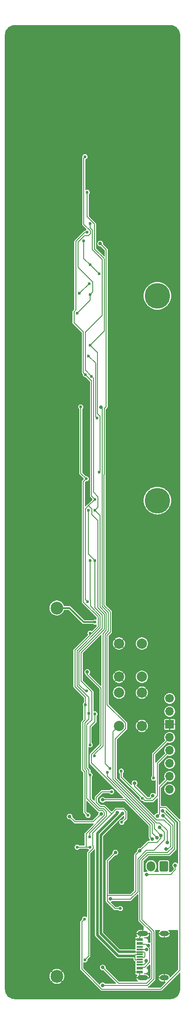
<source format=gbr>
%TF.GenerationSoftware,KiCad,Pcbnew,8.0.7-8.0.7-0~ubuntu24.04.1*%
%TF.CreationDate,2024-12-04T16:15:17+01:00*%
%TF.ProjectId,v_ggtermometer,76e46767-7465-4726-9d6f-6d657465722e,rev?*%
%TF.SameCoordinates,Original*%
%TF.FileFunction,Copper,L2,Bot*%
%TF.FilePolarity,Positive*%
%FSLAX46Y46*%
G04 Gerber Fmt 4.6, Leading zero omitted, Abs format (unit mm)*
G04 Created by KiCad (PCBNEW 8.0.7-8.0.7-0~ubuntu24.04.1) date 2024-12-04 16:15:17*
%MOMM*%
%LPD*%
G01*
G04 APERTURE LIST*
G04 Aperture macros list*
%AMRoundRect*
0 Rectangle with rounded corners*
0 $1 Rounding radius*
0 $2 $3 $4 $5 $6 $7 $8 $9 X,Y pos of 4 corners*
0 Add a 4 corners polygon primitive as box body*
4,1,4,$2,$3,$4,$5,$6,$7,$8,$9,$2,$3,0*
0 Add four circle primitives for the rounded corners*
1,1,$1+$1,$2,$3*
1,1,$1+$1,$4,$5*
1,1,$1+$1,$6,$7*
1,1,$1+$1,$8,$9*
0 Add four rect primitives between the rounded corners*
20,1,$1+$1,$2,$3,$4,$5,0*
20,1,$1+$1,$4,$5,$6,$7,0*
20,1,$1+$1,$6,$7,$8,$9,0*
20,1,$1+$1,$8,$9,$2,$3,0*%
G04 Aperture macros list end*
%TA.AperFunction,WasherPad*%
%ADD10C,5.000000*%
%TD*%
%TA.AperFunction,ComponentPad*%
%ADD11C,2.000000*%
%TD*%
%TA.AperFunction,ComponentPad*%
%ADD12C,1.700000*%
%TD*%
%TA.AperFunction,ComponentPad*%
%ADD13O,1.700000X1.700000*%
%TD*%
%TA.AperFunction,ComponentPad*%
%ADD14R,1.700000X1.700000*%
%TD*%
%TA.AperFunction,ComponentPad*%
%ADD15RoundRect,0.250000X0.600000X0.750000X-0.600000X0.750000X-0.600000X-0.750000X0.600000X-0.750000X0*%
%TD*%
%TA.AperFunction,ComponentPad*%
%ADD16O,1.700000X2.000000*%
%TD*%
%TA.AperFunction,ComponentPad*%
%ADD17C,2.500000*%
%TD*%
%TA.AperFunction,SMDPad,CuDef*%
%ADD18R,1.240000X0.600000*%
%TD*%
%TA.AperFunction,SMDPad,CuDef*%
%ADD19R,1.240000X0.300000*%
%TD*%
%TA.AperFunction,ComponentPad*%
%ADD20O,1.800000X1.000000*%
%TD*%
%TA.AperFunction,ComponentPad*%
%ADD21O,2.100000X1.000000*%
%TD*%
%TA.AperFunction,ViaPad*%
%ADD22C,0.600000*%
%TD*%
%TA.AperFunction,ViaPad*%
%ADD23C,0.700000*%
%TD*%
%TA.AperFunction,Conductor*%
%ADD24C,0.200000*%
%TD*%
%TA.AperFunction,Conductor*%
%ADD25C,0.500000*%
%TD*%
%TA.AperFunction,Conductor*%
%ADD26C,0.300000*%
%TD*%
G04 APERTURE END LIST*
D10*
%TO.P,REF\u002A\u002A,*%
%TO.N,*%
X29590990Y97090990D03*
%TD*%
%TO.P,REF\u002A\u002A,*%
%TO.N,*%
X29590990Y137090990D03*
%TD*%
D11*
%TO.P,SW3,1,A*%
%TO.N,IO20*%
X26540990Y69140990D03*
X26540990Y62640990D03*
%TO.P,SW3,3,B*%
%TO.N,GND*%
X22040990Y69140990D03*
X22040990Y62640990D03*
%TD*%
%TO.P,SW1,1,A*%
%TO.N,Net-(U1-GPIO3{slash}ADC1_CH3)*%
X22040990Y53040990D03*
X22040990Y59540990D03*
%TO.P,SW1,3,B*%
%TO.N,GND*%
X26540990Y53040990D03*
X26540990Y59540990D03*
%TD*%
D12*
%TO.P,J2,1,Pin_1*%
%TO.N,+5V*%
X31990990Y58420990D03*
D13*
%TO.P,J2,2,Pin_2*%
%TO.N,+3.3V*%
X31990990Y55880990D03*
D14*
%TO.P,J2,3,Pin_3*%
%TO.N,GND*%
X31990990Y53340990D03*
D13*
%TO.P,J2,4,Pin_4*%
%TO.N,EN*%
X31990990Y50800990D03*
%TO.P,J2,5,Pin_5*%
%TO.N,IO21*%
X31990990Y48260990D03*
%TO.P,J2,6,Pin_6*%
%TO.N,IO20*%
X31990990Y45720990D03*
%TO.P,J2,7,Pin_7*%
%TO.N,IO9*%
X31990990Y43180990D03*
%TO.P,J2,8,Pin_8*%
%TO.N,IO1*%
X31990990Y40640990D03*
%TD*%
D15*
%TO.P,J8,1,Pin_1*%
%TO.N,IO1*%
X30840990Y25615990D03*
D16*
%TO.P,J8,2,Pin_2*%
%TO.N,+3.3V*%
X28340990Y25615990D03*
%TD*%
D17*
%TO.P,BT1,1,+*%
%TO.N,VBAT*%
X9840990Y76090990D03*
%TO.P,BT1,2,-*%
%TO.N,GND*%
X9840990Y4090990D03*
%TD*%
D18*
%TO.P,J1,A1,GND*%
%TO.N,GND*%
X26111180Y11315800D03*
%TO.P,J1,A4,VBUS*%
%TO.N,+5V*%
X26111180Y10515800D03*
D19*
%TO.P,J1,A5,CC1*%
%TO.N,/CC1*%
X26111180Y9365800D03*
%TO.P,J1,A6,D+*%
%TO.N,D+*%
X26111180Y8365800D03*
%TO.P,J1,A7,D-*%
%TO.N,D-*%
X26111180Y7865800D03*
%TO.P,J1,A8,SBU1*%
%TO.N,unconnected-(J1-SBU1-PadA8)*%
X26111180Y6865800D03*
D18*
%TO.P,J1,A9,VBUS*%
%TO.N,+5V*%
X26111180Y5715800D03*
%TO.P,J1,A12,GND*%
%TO.N,GND*%
X26111180Y4915800D03*
%TO.P,J1,B1,GND*%
X26111180Y4915800D03*
%TO.P,J1,B4,VBUS*%
%TO.N,+5V*%
X26111180Y5715800D03*
D19*
%TO.P,J1,B5,CC2*%
%TO.N,/CC2*%
X26111180Y6365800D03*
%TO.P,J1,B6,D+*%
%TO.N,D+*%
X26111180Y7365800D03*
%TO.P,J1,B7,D-*%
%TO.N,D-*%
X26111180Y8865800D03*
%TO.P,J1,B8,SBU2*%
%TO.N,unconnected-(J1-SBU2-PadB8)*%
X26111180Y9865800D03*
D18*
%TO.P,J1,B9,VBUS*%
%TO.N,+5V*%
X26111180Y10515800D03*
%TO.P,J1,B12,GND*%
%TO.N,GND*%
X26111180Y11315800D03*
D20*
%TO.P,J1,S1,SHIELD*%
X30911180Y12435800D03*
D21*
X26711180Y12435800D03*
D20*
X30911180Y3795800D03*
D21*
X26711180Y3795800D03*
%TD*%
D22*
%TO.N,GND*%
X27600990Y74680990D03*
X26153490Y33340990D03*
X32290990Y26390990D03*
X24840990Y33340990D03*
X27340990Y32090990D03*
X21365990Y22590990D03*
X20666725Y37015255D03*
X26100990Y74680990D03*
X24840990Y32090990D03*
X27790990Y39440990D03*
X24840990Y34590990D03*
X22840990Y22590990D03*
X26590990Y40990990D03*
X26090990Y32090990D03*
X24315990Y22590990D03*
X27139245Y26469205D03*
X26850990Y74680990D03*
X29459516Y27290991D03*
%TO.N,EN*%
X28840990Y42840990D03*
D23*
%TO.N,+3.3V*%
X26131370Y28631370D03*
X21340990Y28290990D03*
X30290990Y31590990D03*
D22*
X22315990Y17340990D03*
X19740990Y43940990D03*
D23*
X25090990Y41840990D03*
X28671752Y39390991D03*
%TO.N,+5V*%
X27836180Y10137562D03*
D22*
%TO.N,/l-blue*%
X16216590Y139509290D03*
X14217090Y137577790D03*
%TO.N,/green*%
X17310990Y85340990D03*
X18132790Y141382790D03*
X16040890Y95195490D03*
X15112990Y147850990D03*
X15721366Y59854129D03*
X16340990Y143174590D03*
%TO.N,/beige*%
X15343690Y164286790D03*
X16357518Y71160990D03*
X15964058Y35560018D03*
X13818590Y133742190D03*
X16340990Y137340990D03*
X15590990Y101340990D03*
X14541725Y115390255D03*
X15467890Y57190990D03*
%TO.N,/red*%
X16340990Y85340990D03*
X16340990Y29340990D03*
X13840990Y29340990D03*
X16090990Y55487990D03*
X17723290Y113222790D03*
X16040890Y125340990D03*
%TO.N,/orange*%
X16340990Y49340990D03*
X15785790Y157340990D03*
X16342590Y127485690D03*
X17340990Y55390990D03*
X18135490Y102640990D03*
%TO.N,/l-green*%
X15445090Y121718290D03*
X17310990Y97340990D03*
X16340990Y43454490D03*
X15826390Y77340990D03*
X16290990Y31390990D03*
X15812690Y149538490D03*
%TO.N,/cyan*%
X17240990Y47160989D03*
X16639390Y121387290D03*
X16333590Y151200390D03*
X17328190Y95183590D03*
D23*
%TO.N,D-*%
X22731676Y35950304D03*
%TO.N,D+*%
X21740990Y36090990D03*
D22*
%TO.N,IO21*%
X26616725Y38916725D03*
D23*
X18491090Y115340990D03*
D22*
X20290990Y44690990D03*
X22490990Y44190990D03*
%TO.N,IO20*%
X22590990Y34190990D03*
X15340990Y7340990D03*
X20582411Y40182411D03*
D23*
%TO.N,IO9*%
X29590990Y35440990D03*
D22*
X15290990Y15290990D03*
D23*
%TO.N,IO2*%
X18340990Y147340990D03*
X31271752Y28940991D03*
%TO.N,Net-(U1-GPIO3{slash}ADC1_CH3)*%
X31540990Y30240990D03*
%TO.N,IO4*%
X28578489Y30944740D03*
X18810990Y38590990D03*
%TO.N,IO5*%
X15814609Y63582773D03*
X29481527Y31197578D03*
%TO.N,IO6*%
X20390990Y19240990D03*
X29965300Y33246064D03*
%TO.N,IO7*%
X12340990Y35340990D03*
X18555990Y35840990D03*
%TO.N,IO8*%
X30646370Y35490990D03*
X18840990Y5840990D03*
%TO.N,IO10*%
X30620990Y36440990D03*
X18840990Y2340990D03*
%TO.N,/CC2*%
X27391998Y7110172D03*
%TO.N,/CC1*%
X27426560Y9336180D03*
D22*
%TO.N,VBAT*%
X17340990Y73340990D03*
D23*
%TO.N,VCC*%
X27490990Y23990990D03*
X33090990Y25790990D03*
%TD*%
D24*
%TO.N,GND*%
X20792460Y37140990D02*
X20666725Y37015255D01*
X26111180Y4375800D02*
X26711180Y3775800D01*
X26111180Y11815800D02*
X26711180Y12415800D01*
X26111180Y4895800D02*
X26111180Y4375800D01*
X26111180Y11295800D02*
X26111180Y11815800D01*
%TO.N,EN*%
X28840990Y47550990D02*
X32090990Y50800990D01*
X28840990Y42840990D02*
X28840990Y47550990D01*
%TO.N,+3.3V*%
X19740990Y26690990D02*
X19740990Y19890990D01*
X19740990Y19890990D02*
X24425304Y19890990D01*
X28671752Y39390991D02*
X28121751Y38840990D01*
X29464177Y30260989D02*
X27965121Y30260989D01*
X25339245Y20804931D02*
X25339245Y27839245D01*
X19740990Y19890990D02*
X19740990Y18840990D01*
X19740990Y43209618D02*
X28959618Y33990990D01*
X21240990Y17340990D02*
X22315990Y17340990D01*
X24425304Y19890990D02*
X25339245Y20804931D01*
X27760989Y30260989D02*
X27965121Y30260989D01*
X25090990Y41290990D02*
X25090990Y41840990D01*
X30290990Y31590990D02*
X30290990Y31087802D01*
X25339245Y27839245D02*
X26131370Y28631370D01*
X21340990Y28290990D02*
X19740990Y26690990D01*
X30290990Y31087802D02*
X29464177Y30260989D01*
X28959618Y32922362D02*
X30290990Y31590990D01*
X28959618Y33990990D02*
X28959618Y32922362D01*
X28121751Y38840990D02*
X27540990Y38840990D01*
X26131370Y28631370D02*
X27760989Y30260989D01*
X19740990Y18840990D02*
X21240990Y17340990D01*
X27540990Y38840990D02*
X25090990Y41290990D01*
X19740990Y43940990D02*
X19740990Y43209618D01*
%TO.N,+5V*%
X27836180Y10137562D02*
X27544417Y10137562D01*
X28076560Y9605419D02*
X28076560Y6875494D01*
X27096866Y5895800D02*
X26386180Y5895800D01*
X28076560Y6875494D02*
X27096866Y5895800D01*
X27836180Y9845799D02*
X28076560Y9605419D01*
X27836180Y10137562D02*
X27836180Y9845799D01*
X26296180Y10330800D02*
X26111180Y10515800D01*
X27544417Y10137562D02*
X27351179Y10330800D01*
X27351179Y10330800D02*
X26296180Y10330800D01*
%TO.N,/l-blue*%
X14285090Y137577790D02*
X14217090Y137577790D01*
X16216590Y139509290D02*
X14285090Y137577790D01*
%TO.N,/green*%
X14190990Y67506676D02*
X18740990Y72056676D01*
X16040890Y86611090D02*
X17310990Y85340990D01*
X14190990Y61101662D02*
X14190990Y67506676D01*
X17310990Y76139233D02*
X17310990Y85340990D01*
X18740990Y72056676D02*
X18740990Y74709233D01*
X15721366Y59854129D02*
X15438523Y59854129D01*
X15112990Y144402590D02*
X15112990Y147850990D01*
X16040890Y95195490D02*
X16040890Y86611090D01*
X18132790Y141382790D02*
X16340990Y143174590D01*
X16340990Y143174590D02*
X15112990Y144402590D01*
X15438523Y59854129D02*
X14190990Y61101662D01*
X18740990Y74709233D02*
X17310990Y76139233D01*
%TO.N,/beige*%
X13818590Y133742190D02*
X16340990Y136264590D01*
X15321390Y36202686D02*
X15964058Y35560018D01*
X15140890Y164083990D02*
X15140890Y151061190D01*
X16357518Y70804576D02*
X16357518Y71160990D01*
X15343690Y164286790D02*
X15140890Y164083990D01*
X13978590Y147579390D02*
X13978590Y142703190D01*
X15321390Y54170990D02*
X14923590Y53773190D01*
X16876690Y137876690D02*
X16340990Y137340990D01*
X16340990Y136264590D02*
X16340990Y137340990D01*
X15290190Y148890990D02*
X13978590Y147579390D01*
X16414390Y149787690D02*
X16414390Y149270690D01*
X15467890Y57190990D02*
X15467890Y58693390D01*
X15398490Y148898490D02*
X15390990Y148890990D01*
X14541725Y115390255D02*
X14541725Y102390255D01*
X15039190Y77279661D02*
X17940990Y74377861D01*
X15039190Y100789190D02*
X15039190Y77279661D01*
X14541725Y102390255D02*
X15590990Y101340990D01*
X16042190Y148898490D02*
X15398490Y148898490D01*
X16713932Y71160990D02*
X16357518Y71160990D01*
X15590990Y101340990D02*
X15039190Y100789190D01*
X13390990Y60770290D02*
X13390990Y67838048D01*
X15140890Y151061190D02*
X16414390Y149787690D01*
X14923590Y53773190D02*
X14923590Y44458390D01*
X15467890Y58693390D02*
X13390990Y60770290D01*
X15321390Y44060590D02*
X15321390Y36202686D01*
X15321390Y57044490D02*
X15321390Y54170990D01*
X17940990Y74377861D02*
X17940990Y72388048D01*
X13978590Y142703190D02*
X16876690Y139805090D01*
X16876690Y139805090D02*
X16876690Y137876690D01*
X14923590Y44458390D02*
X15321390Y44060590D01*
X15390990Y148890990D02*
X15290190Y148890990D01*
X16414390Y149270690D02*
X16042190Y148898490D01*
X13390990Y67838048D02*
X16357518Y70804576D01*
X15467890Y57190990D02*
X15321390Y57044490D01*
X17940990Y72388048D02*
X16713932Y71160990D01*
%TO.N,/red*%
X18340990Y72222362D02*
X13790990Y67672362D01*
X17723290Y113222790D02*
X17441090Y113504990D01*
X18340990Y74543547D02*
X18340990Y72222362D01*
X16090990Y58635976D02*
X16090990Y55487990D01*
X19205990Y35571751D02*
X15590990Y31956751D01*
X16340990Y77674919D02*
X16426390Y77589519D01*
X18825229Y36490990D02*
X19205990Y36110229D01*
X16090990Y55238790D02*
X16090990Y54372590D01*
X19205990Y36110229D02*
X19205990Y35571751D01*
X15726990Y44220676D02*
X15726990Y38854990D01*
X15726990Y38854990D02*
X18090990Y36490990D01*
X17441090Y123940790D02*
X16040890Y125340990D01*
X13790990Y67672362D02*
X13790990Y60935976D01*
X17441090Y113504990D02*
X17441090Y123940790D01*
X13790990Y60935976D02*
X16090990Y58635976D01*
X15590990Y31956751D02*
X15590990Y29340990D01*
X15323833Y44623833D02*
X15726990Y44220676D01*
X16340990Y85340990D02*
X16340990Y77674919D01*
X13840990Y29340990D02*
X16141190Y29340990D01*
X16090990Y54372590D02*
X15325290Y53606890D01*
X16141190Y29340990D02*
X16340990Y29340990D01*
X15325290Y53606890D02*
X15325290Y44625290D01*
X15325290Y44625290D02*
X15323833Y44623833D01*
X18090990Y36490990D02*
X18825229Y36490990D01*
X16426390Y77589519D02*
X16426390Y76458147D01*
X16426390Y76458147D02*
X18340990Y74543547D01*
%TO.N,/orange*%
X18323290Y113570819D02*
X17841090Y114053019D01*
X19132790Y144364876D02*
X19132790Y130275890D01*
X17841090Y125987190D02*
X16342590Y127485690D01*
X18135490Y102640990D02*
X18323290Y102828790D01*
X18323290Y102828790D02*
X18323290Y113570819D01*
X17841090Y114053019D02*
X17841090Y125987190D01*
X17214390Y146283276D02*
X19132790Y144364876D01*
X15785790Y152596719D02*
X17214390Y151168119D01*
X17340990Y55390990D02*
X17340990Y53902490D01*
X19132790Y130275890D02*
X16342590Y127485690D01*
X17214390Y151168119D02*
X17214390Y146283276D01*
X17340990Y53902490D02*
X16340990Y52902490D01*
X16340990Y52902490D02*
X16340990Y49340990D01*
X15785790Y157340990D02*
X15785790Y152596719D01*
%TO.N,/l-green*%
X16126990Y43668490D02*
X16126990Y44386362D01*
X16050390Y96080390D02*
X15439190Y95469190D01*
X15039190Y130042790D02*
X15039190Y122124190D01*
X18256676Y36890990D02*
X16390990Y38756676D01*
X15725290Y44788062D02*
X15725290Y53238690D01*
X14590990Y67340990D02*
X19140990Y71890990D01*
X16726390Y94310090D02*
X16726390Y95404290D01*
X16390990Y43404490D02*
X16126990Y43668490D01*
X13578590Y134350719D02*
X13218590Y133990719D01*
X19140990Y74874919D02*
X17910990Y76104919D01*
X15439190Y77728190D02*
X15826390Y77340990D01*
X18990915Y36890990D02*
X18256676Y36890990D01*
X15725290Y53238690D02*
X16740190Y54253590D01*
X16740190Y59683834D02*
X14590990Y61833034D01*
X14590990Y61833034D02*
X14590990Y67340990D01*
X13218590Y133990719D02*
X13218590Y131863390D01*
X19605990Y35406065D02*
X19605990Y36275915D01*
X17910990Y76104919D02*
X17910990Y93125490D01*
X16641090Y98010890D02*
X17310990Y97340990D01*
X15369690Y149538490D02*
X13578590Y147747390D01*
X13578590Y147747390D02*
X13578590Y134350719D01*
X17910990Y93125490D02*
X16726390Y94310090D01*
X15439190Y95469190D02*
X15439190Y77728190D01*
X16726390Y95404290D02*
X16050390Y96080390D01*
X16126990Y44386362D02*
X15725290Y44788062D01*
X17310990Y97340990D02*
X16050390Y96080390D01*
X16390990Y38756676D02*
X16390990Y43404490D01*
X15812690Y149538490D02*
X15369690Y149538490D01*
X15039190Y122124190D02*
X15445090Y121718290D01*
X13218590Y131863390D02*
X15039190Y130042790D01*
X16740190Y54253590D02*
X16740190Y59683834D01*
X19605990Y36275915D02*
X18990915Y36890990D01*
X16290990Y32091065D02*
X19605990Y35406065D01*
X19140990Y71890990D02*
X19140990Y74874919D01*
X16290990Y31390990D02*
X16290990Y32091065D01*
X16641090Y120522290D02*
X16641090Y98010890D01*
X15445090Y121718290D02*
X16641090Y120522290D01*
%TO.N,/cyan*%
X19540990Y71725304D02*
X19540990Y75040605D01*
X15439190Y122587490D02*
X16639390Y121387290D01*
X17328190Y95183590D02*
X17935690Y95791090D01*
X17041090Y120985590D02*
X16639390Y121387290D01*
X18732790Y133308790D02*
X15439190Y130015190D01*
X19540990Y75040605D02*
X18310990Y76270605D01*
X16333590Y151200390D02*
X16333590Y150434176D01*
X18310990Y94200790D02*
X17328190Y95183590D01*
X18732790Y144199190D02*
X18732790Y133308790D01*
X16333590Y150434176D02*
X16814390Y149953376D01*
X18910990Y71095304D02*
X19540990Y71725304D01*
X17935690Y97823190D02*
X17041090Y98717790D01*
X16814390Y146117590D02*
X18732790Y144199190D01*
X18910990Y49168890D02*
X18910990Y71095304D01*
X17935690Y95791090D02*
X17935690Y97823190D01*
X15439190Y130015190D02*
X15439190Y122587490D01*
X17240990Y47498890D02*
X18910990Y49168890D01*
X17240990Y47160989D02*
X17240990Y47498890D01*
X17041090Y98717790D02*
X17041090Y120985590D01*
X18310990Y76270605D02*
X18310990Y94200790D01*
X16814390Y149953376D02*
X16814390Y146117590D01*
%TO.N,D-*%
X26981180Y8845800D02*
X25086180Y8845800D01*
X27086180Y8740800D02*
X26981180Y8845800D01*
D25*
X18490990Y31709619D02*
X18490990Y12430940D01*
X22731676Y35950304D02*
X22731675Y35950304D01*
D24*
X27086180Y7970800D02*
X27086180Y8740800D01*
D25*
X22026130Y8895800D02*
X25086180Y8895800D01*
X18490990Y12430940D02*
X22026130Y8895800D01*
D24*
X26961180Y7845800D02*
X27086180Y7970800D01*
X26111180Y7845800D02*
X26961180Y7845800D01*
D25*
X22731675Y35950304D02*
X18490990Y31709619D01*
%TO.N,D+*%
X21740990Y35949569D02*
X17790990Y31999569D01*
D24*
X25241180Y7345800D02*
X26111180Y7345800D01*
X26111180Y8345800D02*
X25241180Y8345800D01*
D25*
X21840990Y8090990D02*
X25041180Y8090990D01*
X21740990Y36090990D02*
X21740990Y35949569D01*
D24*
X25241180Y8345800D02*
X25191180Y8295800D01*
D25*
X17790990Y12140990D02*
X21840990Y8090990D01*
X17790990Y31999569D02*
X17790990Y12140990D01*
D24*
X25191180Y8295800D02*
X25191180Y7845800D01*
X25191180Y7395800D02*
X25241180Y7345800D01*
X25191180Y7845800D02*
X25191180Y7395800D01*
%TO.N,IO21*%
X19310990Y70929618D02*
X19940990Y71559618D01*
X18710990Y102367961D02*
X18735490Y102392461D01*
X19940990Y75206291D02*
X18710990Y76436291D01*
X19940990Y71559618D02*
X19940990Y75206291D01*
X18710990Y76436291D02*
X18710990Y102367961D01*
X22490990Y44190990D02*
X22490990Y43042460D01*
X28640990Y38440990D02*
X29570990Y39370990D01*
X18735490Y115096590D02*
X18491090Y115340990D01*
X19310990Y45670990D02*
X19310990Y70929618D01*
X22490990Y43042460D02*
X26616725Y38916725D01*
X29570990Y45740990D02*
X32090990Y48260990D01*
X29570990Y39370990D02*
X29570990Y45740990D01*
X18735490Y102392461D02*
X18735490Y115096590D01*
X20290990Y44690990D02*
X19310990Y45670990D01*
X27092460Y38440990D02*
X28640990Y38440990D01*
X26616725Y38916725D02*
X27092460Y38440990D01*
%TO.N,IO20*%
X23381676Y34981676D02*
X23381676Y36219543D01*
X20005990Y35240379D02*
X16890990Y32125379D01*
X17590990Y38122362D02*
X18422362Y37290990D01*
X16940990Y29589519D02*
X16940990Y29092461D01*
X20581370Y35850610D02*
X20005990Y35275229D01*
X23381676Y36219543D02*
X22860229Y36740990D01*
X19156601Y37290990D02*
X20581370Y35866221D01*
X22590990Y34190990D02*
X23381676Y34981676D01*
X20005990Y35275229D02*
X20005990Y35240379D01*
X20581370Y35866221D02*
X20581370Y35850610D01*
X20582411Y40182411D02*
X18682411Y40182411D01*
X16090990Y28242461D02*
X16090990Y8090990D01*
X17590990Y39090990D02*
X17590990Y38122362D01*
X16090990Y8090990D02*
X15340990Y7340990D01*
X16940990Y29092461D02*
X16090990Y28242461D01*
X22860229Y36740990D02*
X21471751Y36740990D01*
X18422362Y37290990D02*
X19156601Y37290990D01*
X16890990Y32125379D02*
X16890990Y29639519D01*
X18682411Y40182411D02*
X17590990Y39090990D01*
X21471751Y36740990D02*
X20581370Y35850610D01*
X16890990Y29639519D02*
X16940990Y29589519D01*
%TO.N,IO9*%
X29970990Y36840990D02*
X29970990Y41060990D01*
X29590990Y35440990D02*
X29970990Y35820990D01*
X15290990Y15290990D02*
X14740990Y14740990D01*
X33940990Y5294239D02*
X33940990Y34340990D01*
X18671751Y1590990D02*
X30237741Y1590990D01*
X14740990Y14740990D02*
X14740990Y5521751D01*
X33940990Y34340990D02*
X31190990Y37090990D01*
X14740990Y5521751D02*
X18671751Y1590990D01*
X29970990Y35820990D02*
X29970990Y36840990D01*
X31190990Y37090990D02*
X29970990Y37090990D01*
X30237741Y1590990D02*
X33940990Y5294239D01*
X29970990Y41060990D02*
X32090990Y43180990D01*
%TO.N,IO2*%
X23340990Y53579468D02*
X19710990Y57209468D01*
X19110990Y76601977D02*
X19110990Y102202275D01*
X23340990Y52502512D02*
X23340990Y53579468D01*
X21290990Y42790990D02*
X21290990Y50452512D01*
X19135490Y115066151D02*
X19532790Y115463451D01*
X21290990Y50452512D02*
X23340990Y52502512D01*
X32190990Y33380684D02*
X30880684Y34690990D01*
X32190990Y29506676D02*
X32190990Y33380684D01*
X19710990Y70763932D02*
X20340990Y71393932D01*
X31271752Y28940991D02*
X31625305Y28940991D01*
X19532790Y146149190D02*
X18340990Y147340990D01*
X29390990Y34690990D02*
X21290990Y42790990D01*
X19532790Y115463451D02*
X19532790Y146149190D01*
X30880684Y34690990D02*
X29390990Y34690990D01*
X20340990Y75371977D02*
X19110990Y76601977D01*
X31625305Y28940991D02*
X32190990Y29506676D01*
X19710990Y57209468D02*
X19710990Y70763932D01*
X19110990Y102202275D02*
X19135490Y102226775D01*
X20340990Y71393932D02*
X20340990Y75371977D01*
X19135490Y102226775D02*
X19135490Y115066151D01*
%TO.N,Net-(U1-GPIO3{slash}ADC1_CH3)*%
X29425304Y34090990D02*
X20890990Y42625304D01*
X30039613Y34090990D02*
X29425304Y34090990D01*
X20890990Y42625304D02*
X20890990Y51890990D01*
X20890990Y51890990D02*
X22040990Y53040990D01*
X31540990Y30240990D02*
X31540990Y32589613D01*
X31540990Y32589613D02*
X30039613Y34090990D01*
%TO.N,IO4*%
X28578489Y30944740D02*
X28159618Y31363611D01*
X28159618Y31363611D02*
X28159618Y33659618D01*
X28159618Y33659618D02*
X23228246Y38590990D01*
X23228246Y38590990D02*
X18810990Y38590990D01*
%TO.N,IO5*%
X28559618Y33825304D02*
X28559618Y32119487D01*
X15814609Y63582773D02*
X15814609Y63096627D01*
X16590990Y47414576D02*
X16590990Y45793932D01*
X28559618Y32119487D02*
X29481527Y31197578D01*
X16590990Y45793932D02*
X28559618Y33825304D01*
X18510990Y49334576D02*
X16590990Y47414576D01*
X15814609Y63096627D02*
X18510990Y60400246D01*
X18510990Y60400246D02*
X18510990Y49334576D01*
%TO.N,IO6*%
X27359619Y28690991D02*
X28890991Y28690991D01*
X24240990Y19140990D02*
X25739245Y20639245D01*
X20490990Y19140990D02*
X24240990Y19140990D01*
X30940990Y32270374D02*
X29965300Y33246064D01*
X30940990Y30740990D02*
X30940990Y32270374D01*
X28890991Y28690991D02*
X30940990Y30740990D01*
X25739245Y27070617D02*
X27359619Y28690991D01*
X25739245Y20639245D02*
X25739245Y27070617D01*
X20390990Y19240990D02*
X20490990Y19140990D01*
%TO.N,IO7*%
X17005990Y34290990D02*
X13390990Y34290990D01*
X13390990Y34290990D02*
X12340990Y35340990D01*
X18555990Y35840990D02*
X17005990Y34290990D01*
%TO.N,IO8*%
X26139245Y15042735D02*
X28486180Y12695800D01*
X28486180Y3736180D02*
X27490990Y2740990D01*
X28486180Y12695800D02*
X28486180Y3736180D01*
X30646370Y35490990D02*
X32590990Y33546370D01*
X31540991Y28290991D02*
X27525305Y28290991D01*
X32590990Y29340990D02*
X31540991Y28290991D01*
X32590990Y33546370D02*
X32590990Y29340990D01*
X27490990Y2740990D02*
X21940990Y2740990D01*
X27525305Y28290991D02*
X26139245Y26904931D01*
X21940990Y2740990D02*
X18840990Y5840990D01*
X26139245Y26904931D02*
X26139245Y15042735D01*
%TO.N,IO10*%
X32990990Y34070990D02*
X32990990Y28990990D01*
X27690991Y27890991D02*
X26539245Y26739245D01*
X27656676Y2340990D02*
X18840990Y2340990D01*
X30620990Y36440990D02*
X32990990Y34070990D01*
X32990990Y28990990D02*
X31890991Y27890991D01*
X28886180Y12861486D02*
X28886180Y3570494D01*
X26539245Y15208421D02*
X28886180Y12861486D01*
X31890991Y27890991D02*
X27690991Y27890991D01*
X28886180Y3570494D02*
X27656676Y2340990D01*
X26539245Y26739245D02*
X26539245Y15208421D01*
%TO.N,/CC2*%
X26981180Y6345800D02*
X26111180Y6345800D01*
X27391998Y6756618D02*
X26981180Y6345800D01*
X27391998Y7110172D02*
X27391998Y6756618D01*
%TO.N,/CC1*%
X27416940Y9345800D02*
X26111180Y9345800D01*
X27426560Y9336180D02*
X27416940Y9345800D01*
D26*
%TO.N,VBAT*%
X15090990Y73340990D02*
X12340990Y76090990D01*
X17340990Y73340990D02*
X15090990Y73340990D01*
X12340990Y76090990D02*
X9840990Y76090990D01*
D24*
%TO.N,VCC*%
X32190990Y23990990D02*
X27490990Y23990990D01*
X33090990Y25790990D02*
X33090990Y24890990D01*
X33090990Y24890990D02*
X32190990Y23990990D01*
%TD*%
%TA.AperFunction,Conductor*%
%TO.N,GND*%
G36*
X32094224Y190040279D02*
G01*
X32338979Y190024237D01*
X32351807Y190022548D01*
X32589207Y189975326D01*
X32601696Y189971979D01*
X32830891Y189894178D01*
X32842847Y189889225D01*
X33059923Y189782175D01*
X33071138Y189775700D01*
X33272376Y189641236D01*
X33282642Y189633360D01*
X33464626Y189473765D01*
X33473764Y189464627D01*
X33633357Y189282645D01*
X33641235Y189272377D01*
X33775699Y189071139D01*
X33782174Y189059924D01*
X33889224Y188842848D01*
X33894180Y188830883D01*
X33971975Y188601706D01*
X33975327Y188589198D01*
X34022546Y188351813D01*
X34024236Y188338974D01*
X34040278Y188094225D01*
X34040490Y188087750D01*
X34040490Y34905469D01*
X34021583Y34847278D01*
X33972083Y34811314D01*
X33910897Y34811314D01*
X33871486Y34835465D01*
X32627526Y36079425D01*
X31375501Y37331450D01*
X31375498Y37331452D01*
X31306982Y37371010D01*
X31306978Y37371012D01*
X31230554Y37391490D01*
X31230552Y37391490D01*
X30370490Y37391490D01*
X30312299Y37410397D01*
X30276335Y37459897D01*
X30271490Y37490490D01*
X30271490Y40640994D01*
X30935407Y40640994D01*
X30935407Y40640987D01*
X30955688Y40435061D01*
X30955689Y40435056D01*
X31015758Y40237036D01*
X31113306Y40054538D01*
X31125275Y40039954D01*
X31244580Y39894580D01*
X31244585Y39894576D01*
X31404537Y39763307D01*
X31404538Y39763307D01*
X31404540Y39763305D01*
X31587036Y39665758D01*
X31724987Y39623912D01*
X31785055Y39605690D01*
X31785060Y39605689D01*
X31990987Y39585407D01*
X31990990Y39585407D01*
X31990993Y39585407D01*
X32196919Y39605689D01*
X32196924Y39605690D01*
X32394944Y39665758D01*
X32577440Y39763305D01*
X32737400Y39894580D01*
X32868675Y40054540D01*
X32966222Y40237036D01*
X33026290Y40435056D01*
X33026291Y40435061D01*
X33046573Y40640987D01*
X33046573Y40640994D01*
X33026291Y40846920D01*
X33026290Y40846925D01*
X32990316Y40965516D01*
X32966222Y41044944D01*
X32868675Y41227440D01*
X32737400Y41387400D01*
X32663109Y41448369D01*
X32577442Y41518674D01*
X32394944Y41616222D01*
X32196924Y41676291D01*
X32196919Y41676292D01*
X31990993Y41696573D01*
X31990987Y41696573D01*
X31785060Y41676292D01*
X31785055Y41676291D01*
X31587035Y41616222D01*
X31404537Y41518674D01*
X31244585Y41387405D01*
X31244575Y41387395D01*
X31113306Y41227443D01*
X31015758Y41044945D01*
X30955689Y40846925D01*
X30955688Y40846920D01*
X30935407Y40640994D01*
X30271490Y40640994D01*
X30271490Y40895512D01*
X30290397Y40953703D01*
X30300480Y40965510D01*
X31509549Y42174580D01*
X31564064Y42202355D01*
X31608289Y42199311D01*
X31785055Y42145690D01*
X31785060Y42145689D01*
X31990987Y42125407D01*
X31990990Y42125407D01*
X31990993Y42125407D01*
X32196919Y42145689D01*
X32196924Y42145690D01*
X32394944Y42205758D01*
X32577440Y42303305D01*
X32737400Y42434580D01*
X32868675Y42594540D01*
X32966222Y42777036D01*
X33026290Y42975056D01*
X33026291Y42975061D01*
X33046573Y43180987D01*
X33046573Y43180994D01*
X33026291Y43386920D01*
X33026290Y43386925D01*
X32975827Y43553279D01*
X32966222Y43584944D01*
X32868675Y43767440D01*
X32840533Y43801731D01*
X32737404Y43927395D01*
X32737400Y43927400D01*
X32720843Y43940988D01*
X32577442Y44058674D01*
X32394944Y44156222D01*
X32196924Y44216291D01*
X32196919Y44216292D01*
X31990993Y44236573D01*
X31990987Y44236573D01*
X31785060Y44216292D01*
X31785055Y44216291D01*
X31587035Y44156222D01*
X31404537Y44058674D01*
X31244585Y43927405D01*
X31244575Y43927395D01*
X31113306Y43767443D01*
X31015758Y43584945D01*
X30955689Y43386925D01*
X30955688Y43386920D01*
X30935407Y43180994D01*
X30935407Y43180987D01*
X30955688Y42975061D01*
X30955689Y42975056D01*
X31013315Y42785089D01*
X31015758Y42777036D01*
X31066941Y42681279D01*
X31077697Y42621048D01*
X31050996Y42565997D01*
X31049635Y42564608D01*
X30040494Y41555466D01*
X29985977Y41527689D01*
X29925545Y41537260D01*
X29882280Y41580525D01*
X29871490Y41625470D01*
X29871490Y45575512D01*
X29890397Y45633703D01*
X29900480Y45645510D01*
X29975964Y45720994D01*
X30935407Y45720994D01*
X30935407Y45720987D01*
X30955688Y45515061D01*
X30955689Y45515056D01*
X31015758Y45317036D01*
X31113306Y45134538D01*
X31147018Y45093460D01*
X31244580Y44974580D01*
X31244585Y44974576D01*
X31404537Y44843307D01*
X31404538Y44843307D01*
X31404540Y44843305D01*
X31587036Y44745758D01*
X31696757Y44712475D01*
X31785055Y44685690D01*
X31785060Y44685689D01*
X31990987Y44665407D01*
X31990990Y44665407D01*
X31990993Y44665407D01*
X32196919Y44685689D01*
X32196924Y44685690D01*
X32216044Y44691490D01*
X32394944Y44745758D01*
X32577440Y44843305D01*
X32737400Y44974580D01*
X32868675Y45134540D01*
X32966222Y45317036D01*
X33026290Y45515056D01*
X33026291Y45515061D01*
X33046573Y45720987D01*
X33046573Y45720994D01*
X33026291Y45926920D01*
X33026290Y45926925D01*
X33008068Y45986993D01*
X32966222Y46124944D01*
X32868675Y46307440D01*
X32737400Y46467400D01*
X32737394Y46467405D01*
X32577442Y46598674D01*
X32394944Y46696222D01*
X32196924Y46756291D01*
X32196919Y46756292D01*
X31990993Y46776573D01*
X31990987Y46776573D01*
X31785060Y46756292D01*
X31785055Y46756291D01*
X31587035Y46696222D01*
X31404537Y46598674D01*
X31244585Y46467405D01*
X31244575Y46467395D01*
X31113306Y46307443D01*
X31015758Y46124945D01*
X30955689Y45926925D01*
X30955688Y45926920D01*
X30935407Y45720994D01*
X29975964Y45720994D01*
X31509549Y47254580D01*
X31564064Y47282355D01*
X31608289Y47279311D01*
X31785055Y47225690D01*
X31785060Y47225689D01*
X31990987Y47205407D01*
X31990990Y47205407D01*
X31990993Y47205407D01*
X32196919Y47225689D01*
X32196924Y47225690D01*
X32394944Y47285758D01*
X32577440Y47383305D01*
X32737400Y47514580D01*
X32868675Y47674540D01*
X32966222Y47857036D01*
X33026290Y48055056D01*
X33026291Y48055061D01*
X33046573Y48260987D01*
X33046573Y48260994D01*
X33026291Y48466920D01*
X33026290Y48466925D01*
X32970950Y48649357D01*
X32966222Y48664944D01*
X32868675Y48847440D01*
X32847027Y48873818D01*
X32737404Y49007395D01*
X32737400Y49007400D01*
X32664023Y49067619D01*
X32577442Y49138674D01*
X32394944Y49236222D01*
X32196924Y49296291D01*
X32196919Y49296292D01*
X31990993Y49316573D01*
X31990987Y49316573D01*
X31785060Y49296292D01*
X31785055Y49296291D01*
X31587035Y49236222D01*
X31404537Y49138674D01*
X31244585Y49007405D01*
X31244575Y49007395D01*
X31113306Y48847443D01*
X31015758Y48664945D01*
X30955689Y48466925D01*
X30955688Y48466920D01*
X30935407Y48260994D01*
X30935407Y48260987D01*
X30955688Y48055061D01*
X30955689Y48055056D01*
X31015758Y47857036D01*
X31066941Y47761279D01*
X31077697Y47701048D01*
X31050996Y47645997D01*
X31049635Y47644608D01*
X29386479Y45981450D01*
X29386478Y45981451D01*
X29330530Y45925502D01*
X29326226Y45918046D01*
X29280755Y45877105D01*
X29219905Y45870711D01*
X29166918Y45901304D01*
X29142032Y45957200D01*
X29141490Y45967547D01*
X29141490Y47385512D01*
X29160397Y47443703D01*
X29170480Y47455510D01*
X31509549Y49794580D01*
X31564064Y49822355D01*
X31608289Y49819311D01*
X31785055Y49765690D01*
X31785060Y49765689D01*
X31990987Y49745407D01*
X31990990Y49745407D01*
X31990993Y49745407D01*
X32196919Y49765689D01*
X32196924Y49765690D01*
X32219324Y49772485D01*
X32394944Y49825758D01*
X32577440Y49923305D01*
X32737400Y50054580D01*
X32868675Y50214540D01*
X32966222Y50397036D01*
X33026290Y50595056D01*
X33026291Y50595061D01*
X33046573Y50800987D01*
X33046573Y50800994D01*
X33026291Y51006920D01*
X33026290Y51006925D01*
X33008068Y51066993D01*
X32966222Y51204944D01*
X32868675Y51387440D01*
X32737400Y51547400D01*
X32737394Y51547405D01*
X32577442Y51678674D01*
X32394944Y51776222D01*
X32196924Y51836291D01*
X32196919Y51836292D01*
X31990993Y51856573D01*
X31990987Y51856573D01*
X31785060Y51836292D01*
X31785055Y51836291D01*
X31587035Y51776222D01*
X31404537Y51678674D01*
X31244585Y51547405D01*
X31244575Y51547395D01*
X31113306Y51387443D01*
X31015758Y51204945D01*
X30955689Y51006925D01*
X30955688Y51006920D01*
X30935407Y50800994D01*
X30935407Y50800987D01*
X30955688Y50595061D01*
X30955689Y50595056D01*
X31015758Y50397036D01*
X31066941Y50301279D01*
X31077697Y50241048D01*
X31050996Y50185997D01*
X31049635Y50184608D01*
X28656479Y47791450D01*
X28656478Y47791451D01*
X28600529Y47735501D01*
X28560970Y47666983D01*
X28560968Y47666979D01*
X28540490Y47590555D01*
X28540490Y43294885D01*
X28521583Y43236694D01*
X28514248Y43228701D01*
X28514499Y43228484D01*
X28509862Y43223134D01*
X28509862Y43223133D01*
X28483277Y43192452D01*
X28415612Y43114362D01*
X28355824Y42983447D01*
X28335343Y42840993D01*
X28335343Y42840988D01*
X28355824Y42698534D01*
X28415612Y42567619D01*
X28415613Y42567617D01*
X28509862Y42458847D01*
X28509863Y42458846D01*
X28630932Y42381040D01*
X28630937Y42381037D01*
X28737393Y42349779D01*
X28769025Y42340491D01*
X28769026Y42340491D01*
X28769029Y42340490D01*
X28769031Y42340490D01*
X28912949Y42340490D01*
X28912951Y42340490D01*
X29051043Y42381037D01*
X29117969Y42424048D01*
X29177141Y42439602D01*
X29234158Y42417404D01*
X29267237Y42365931D01*
X29270490Y42340763D01*
X29270490Y39806640D01*
X29251583Y39748449D01*
X29202083Y39712485D01*
X29140897Y39712485D01*
X29092948Y39746372D01*
X29064373Y39783612D01*
X28949377Y39871852D01*
X28949373Y39871854D01*
X28815461Y39927321D01*
X28815460Y39927322D01*
X28671752Y39946241D01*
X28528043Y39927322D01*
X28528042Y39927321D01*
X28394130Y39871854D01*
X28394126Y39871852D01*
X28279133Y39783614D01*
X28279129Y39783610D01*
X28190891Y39668617D01*
X28190889Y39668613D01*
X28135422Y39534701D01*
X28135421Y39534700D01*
X28116502Y39390992D01*
X28116502Y39390990D01*
X28125285Y39324272D01*
X28114135Y39264112D01*
X28097137Y39241348D01*
X28026275Y39170486D01*
X27971761Y39142709D01*
X27956273Y39141490D01*
X27706469Y39141490D01*
X27648278Y39160397D01*
X27636465Y39170486D01*
X25490718Y41316233D01*
X25462941Y41370750D01*
X25472512Y41431182D01*
X25482180Y41446505D01*
X25483609Y41448368D01*
X25483611Y41448369D01*
X25571851Y41563365D01*
X25627320Y41697281D01*
X25646240Y41840990D01*
X25627320Y41984699D01*
X25571851Y42118615D01*
X25483611Y42233611D01*
X25368615Y42321851D01*
X25368611Y42321853D01*
X25234699Y42377320D01*
X25234698Y42377321D01*
X25090990Y42396240D01*
X24947281Y42377321D01*
X24947280Y42377320D01*
X24813368Y42321853D01*
X24813364Y42321851D01*
X24698371Y42233613D01*
X24698367Y42233609D01*
X24610129Y42118616D01*
X24610127Y42118612D01*
X24554660Y41984700D01*
X24554659Y41984699D01*
X24535740Y41840991D01*
X24535740Y41840990D01*
X24554660Y41697281D01*
X24571746Y41656031D01*
X24576545Y41595036D01*
X24544575Y41542867D01*
X24488047Y41519453D01*
X24428553Y41533737D01*
X24410277Y41548144D01*
X22820486Y43137935D01*
X22792709Y43192452D01*
X22791490Y43207939D01*
X22791490Y43737097D01*
X22810397Y43795288D01*
X22817731Y43803279D01*
X22817481Y43803496D01*
X22822118Y43808847D01*
X22916367Y43917617D01*
X22976155Y44048533D01*
X22996565Y44190490D01*
X22996637Y44190988D01*
X22996637Y44190993D01*
X22976155Y44333447D01*
X22933922Y44425923D01*
X22916367Y44464363D01*
X22822118Y44573133D01*
X22822117Y44573134D01*
X22822116Y44573135D01*
X22701047Y44650941D01*
X22701044Y44650943D01*
X22701043Y44650943D01*
X22701040Y44650944D01*
X22562954Y44691490D01*
X22562951Y44691490D01*
X22419029Y44691490D01*
X22419025Y44691490D01*
X22280939Y44650944D01*
X22280932Y44650941D01*
X22159863Y44573135D01*
X22065612Y44464362D01*
X22005824Y44333447D01*
X21985343Y44190993D01*
X21985343Y44190988D01*
X22005824Y44048534D01*
X22044257Y43964380D01*
X22065613Y43917617D01*
X22135785Y43836633D01*
X22164499Y43803496D01*
X22162461Y43801731D01*
X22187915Y43759532D01*
X22190490Y43737097D01*
X22190490Y43002896D01*
X22210966Y42926479D01*
X22210968Y42926475D01*
X22210969Y42926471D01*
X22210970Y42926470D01*
X22223178Y42905324D01*
X22223179Y42905324D01*
X22250530Y42857949D01*
X24171960Y40936519D01*
X26086178Y39022301D01*
X26113955Y38967784D01*
X26114167Y38938210D01*
X26111078Y38916723D01*
X26131559Y38774269D01*
X26191347Y38643354D01*
X26191348Y38643352D01*
X26236719Y38590991D01*
X26285598Y38534581D01*
X26397037Y38462964D01*
X26406672Y38456772D01*
X26508067Y38427000D01*
X26544760Y38416226D01*
X26544761Y38416226D01*
X26544764Y38416225D01*
X26544766Y38416225D01*
X26651246Y38416225D01*
X26709437Y38397318D01*
X26721250Y38387229D01*
X26852000Y38256479D01*
X26851999Y38256479D01*
X26907949Y38200530D01*
X26976467Y38160971D01*
X26976471Y38160969D01*
X27052895Y38140491D01*
X27052897Y38140490D01*
X27052898Y38140490D01*
X28680553Y38140490D01*
X28680553Y38140491D01*
X28756979Y38160969D01*
X28825501Y38200530D01*
X28881450Y38256479D01*
X29501486Y38876515D01*
X29556003Y38904292D01*
X29616435Y38894721D01*
X29659700Y38851456D01*
X29670490Y38806511D01*
X29670490Y36093528D01*
X29651583Y36035337D01*
X29602083Y35999373D01*
X29584413Y35995375D01*
X29447281Y35977320D01*
X29447280Y35977320D01*
X29313368Y35921853D01*
X29313364Y35921851D01*
X29198371Y35833613D01*
X29198367Y35833609D01*
X29110129Y35718616D01*
X29110128Y35718615D01*
X29072578Y35627959D01*
X29032841Y35581434D01*
X28973346Y35567150D01*
X28916818Y35590565D01*
X28911110Y35595841D01*
X21620486Y42886465D01*
X21592709Y42940982D01*
X21591490Y42956469D01*
X21591490Y50287034D01*
X21610397Y50345225D01*
X21620480Y50357032D01*
X23581450Y52318001D01*
X23614881Y52375906D01*
X23621011Y52386523D01*
X23641490Y52462950D01*
X23641490Y53040990D01*
X25335849Y53040990D01*
X25356369Y52819545D01*
X25417229Y52605643D01*
X25516356Y52406569D01*
X25516365Y52406554D01*
X25623397Y52264822D01*
X26086596Y52728022D01*
X26100880Y52703282D01*
X26203282Y52600880D01*
X26228018Y52586599D01*
X25765534Y52124116D01*
X25765535Y52124114D01*
X25814726Y52079270D01*
X26003813Y51962193D01*
X26211190Y51881854D01*
X26429794Y51840990D01*
X26652186Y51840990D01*
X26870789Y51881854D01*
X27078166Y51962193D01*
X27267249Y52079268D01*
X27316443Y52124115D01*
X26853960Y52586598D01*
X26878698Y52600880D01*
X26981100Y52703282D01*
X26995382Y52728020D01*
X27458581Y52264821D01*
X27565614Y52406554D01*
X27565623Y52406569D01*
X27664750Y52605643D01*
X27725610Y52819545D01*
X27746130Y53040990D01*
X27725610Y53262436D01*
X27664750Y53476338D01*
X27565623Y53675412D01*
X27565614Y53675427D01*
X27458580Y53817161D01*
X26995381Y53353962D01*
X26981100Y53378698D01*
X26878698Y53481100D01*
X26853958Y53495383D01*
X27316443Y53957867D01*
X27316443Y53957868D01*
X27267253Y54002711D01*
X27078166Y54119788D01*
X26870789Y54200127D01*
X26814275Y54210691D01*
X30940990Y54210691D01*
X30940990Y53440991D01*
X30940991Y53440990D01*
X31500147Y53440990D01*
X31490990Y53406816D01*
X31490990Y53275164D01*
X31500147Y53240990D01*
X30940991Y53240990D01*
X30940990Y53240989D01*
X30940990Y52471290D01*
X30952593Y52412954D01*
X30996796Y52346801D01*
X30996800Y52346797D01*
X31062953Y52302594D01*
X31121289Y52290991D01*
X31121293Y52290990D01*
X31890989Y52290990D01*
X31890990Y52290991D01*
X31890990Y52850148D01*
X31925164Y52840990D01*
X32056816Y52840990D01*
X32090990Y52850148D01*
X32090990Y52290991D01*
X32090991Y52290990D01*
X32860687Y52290990D01*
X32860690Y52290991D01*
X32919026Y52302594D01*
X32985179Y52346797D01*
X32985183Y52346801D01*
X33029386Y52412954D01*
X33040989Y52471290D01*
X33040990Y52471293D01*
X33040990Y53240989D01*
X33040989Y53240990D01*
X32481833Y53240990D01*
X32490990Y53275164D01*
X32490990Y53406816D01*
X32481833Y53440990D01*
X33040989Y53440990D01*
X33040990Y53440991D01*
X33040990Y54210688D01*
X33040989Y54210691D01*
X33029386Y54269027D01*
X32985183Y54335180D01*
X32985179Y54335184D01*
X32919026Y54379387D01*
X32860690Y54390990D01*
X32090991Y54390990D01*
X32090990Y54390989D01*
X32090990Y53831833D01*
X32056816Y53840990D01*
X31925164Y53840990D01*
X31890990Y53831833D01*
X31890990Y54390989D01*
X31890989Y54390990D01*
X31121289Y54390990D01*
X31062953Y54379387D01*
X30996800Y54335184D01*
X30996796Y54335180D01*
X30952593Y54269027D01*
X30940990Y54210691D01*
X26814275Y54210691D01*
X26652186Y54240990D01*
X26429794Y54240990D01*
X26211190Y54200127D01*
X26003811Y54119788D01*
X26003806Y54119785D01*
X25814732Y54002715D01*
X25814729Y54002713D01*
X25765535Y53957867D01*
X26228019Y53495383D01*
X26203282Y53481100D01*
X26100880Y53378698D01*
X26086597Y53353961D01*
X25623399Y53817159D01*
X25516359Y53675417D01*
X25516354Y53675408D01*
X25417229Y53476338D01*
X25356369Y53262436D01*
X25335849Y53040990D01*
X23641490Y53040990D01*
X23641490Y53619030D01*
X23621011Y53695457D01*
X23594665Y53741089D01*
X23581450Y53763979D01*
X23525501Y53819929D01*
X23525501Y53819928D01*
X21464435Y55880994D01*
X30935407Y55880994D01*
X30935407Y55880987D01*
X30955688Y55675061D01*
X30955689Y55675056D01*
X31015758Y55477036D01*
X31113306Y55294538D01*
X31244575Y55134586D01*
X31244580Y55134580D01*
X31244585Y55134576D01*
X31404537Y55003307D01*
X31404538Y55003307D01*
X31404540Y55003305D01*
X31587036Y54905758D01*
X31724987Y54863912D01*
X31785055Y54845690D01*
X31785060Y54845689D01*
X31990987Y54825407D01*
X31990990Y54825407D01*
X31990993Y54825407D01*
X32196919Y54845689D01*
X32196924Y54845690D01*
X32394944Y54905758D01*
X32577440Y55003305D01*
X32737400Y55134580D01*
X32868675Y55294540D01*
X32966222Y55477036D01*
X33026290Y55675056D01*
X33026291Y55675061D01*
X33046573Y55880987D01*
X33046573Y55880994D01*
X33026291Y56086920D01*
X33026290Y56086925D01*
X33008068Y56146993D01*
X32966222Y56284944D01*
X32868675Y56467440D01*
X32737400Y56627400D01*
X32715968Y56644989D01*
X32577442Y56758674D01*
X32394944Y56856222D01*
X32196924Y56916291D01*
X32196919Y56916292D01*
X31990993Y56936573D01*
X31990987Y56936573D01*
X31785060Y56916292D01*
X31785055Y56916291D01*
X31587035Y56856222D01*
X31404537Y56758674D01*
X31244585Y56627405D01*
X31244575Y56627395D01*
X31113306Y56467443D01*
X31015758Y56284945D01*
X30955689Y56086925D01*
X30955688Y56086920D01*
X30935407Y55880994D01*
X21464435Y55880994D01*
X20040486Y57304943D01*
X20012709Y57359460D01*
X20011490Y57374947D01*
X20011490Y59540990D01*
X20835347Y59540990D01*
X20855875Y59319454D01*
X20916761Y59105462D01*
X21015932Y58906301D01*
X21150009Y58728754D01*
X21314428Y58578866D01*
X21503589Y58461743D01*
X21711050Y58381372D01*
X21929747Y58340490D01*
X22152233Y58340490D01*
X22370930Y58381372D01*
X22578391Y58461743D01*
X22767552Y58578866D01*
X22931971Y58728754D01*
X23066048Y58906301D01*
X23165219Y59105462D01*
X23226105Y59319454D01*
X23246633Y59540990D01*
X25335849Y59540990D01*
X25356369Y59319545D01*
X25417229Y59105643D01*
X25516356Y58906569D01*
X25516365Y58906554D01*
X25623397Y58764822D01*
X26086596Y59228022D01*
X26100880Y59203282D01*
X26203282Y59100880D01*
X26228018Y59086599D01*
X25765534Y58624116D01*
X25765535Y58624114D01*
X25814726Y58579270D01*
X26003813Y58462193D01*
X26211190Y58381854D01*
X26429794Y58340990D01*
X26652186Y58340990D01*
X26870789Y58381854D01*
X26971820Y58420994D01*
X30935407Y58420994D01*
X30935407Y58420987D01*
X30955688Y58215061D01*
X30955689Y58215056D01*
X31015758Y58017036D01*
X31113306Y57834538D01*
X31244575Y57674586D01*
X31244580Y57674580D01*
X31244585Y57674576D01*
X31404537Y57543307D01*
X31404538Y57543307D01*
X31404540Y57543305D01*
X31587036Y57445758D01*
X31724987Y57403912D01*
X31785055Y57385690D01*
X31785060Y57385689D01*
X31990987Y57365407D01*
X31990990Y57365407D01*
X31990993Y57365407D01*
X32196919Y57385689D01*
X32196924Y57385690D01*
X32394944Y57445758D01*
X32577440Y57543305D01*
X32737400Y57674580D01*
X32868675Y57834540D01*
X32966222Y58017036D01*
X33026290Y58215056D01*
X33026291Y58215061D01*
X33046573Y58420987D01*
X33046573Y58420994D01*
X33026291Y58626920D01*
X33026290Y58626925D01*
X33008068Y58686993D01*
X32966222Y58824944D01*
X32868675Y59007440D01*
X32737400Y59167400D01*
X32737394Y59167405D01*
X32577442Y59298674D01*
X32394944Y59396222D01*
X32196924Y59456291D01*
X32196919Y59456292D01*
X31990993Y59476573D01*
X31990987Y59476573D01*
X31785060Y59456292D01*
X31785055Y59456291D01*
X31587035Y59396222D01*
X31404537Y59298674D01*
X31244585Y59167405D01*
X31244575Y59167395D01*
X31113306Y59007443D01*
X31015758Y58824945D01*
X30955689Y58626925D01*
X30955688Y58626920D01*
X30935407Y58420994D01*
X26971820Y58420994D01*
X27078166Y58462193D01*
X27267249Y58579268D01*
X27316443Y58624115D01*
X26853960Y59086598D01*
X26878698Y59100880D01*
X26981100Y59203282D01*
X26995382Y59228020D01*
X27458581Y58764821D01*
X27565614Y58906554D01*
X27565623Y58906569D01*
X27664750Y59105643D01*
X27725610Y59319545D01*
X27746130Y59540990D01*
X27725610Y59762436D01*
X27664750Y59976338D01*
X27565623Y60175412D01*
X27565614Y60175427D01*
X27458580Y60317161D01*
X26995381Y59853962D01*
X26981100Y59878698D01*
X26878698Y59981100D01*
X26853958Y59995383D01*
X27316443Y60457867D01*
X27316443Y60457868D01*
X27267253Y60502711D01*
X27078166Y60619788D01*
X26870789Y60700127D01*
X26652186Y60740990D01*
X26429794Y60740990D01*
X26211190Y60700127D01*
X26003811Y60619788D01*
X26003806Y60619785D01*
X25814732Y60502715D01*
X25814729Y60502713D01*
X25765535Y60457867D01*
X26228019Y59995383D01*
X26203282Y59981100D01*
X26100880Y59878698D01*
X26086597Y59853961D01*
X25623399Y60317159D01*
X25516359Y60175417D01*
X25516354Y60175408D01*
X25417229Y59976338D01*
X25356369Y59762436D01*
X25335849Y59540990D01*
X23246633Y59540990D01*
X23226105Y59762526D01*
X23165219Y59976518D01*
X23066048Y60175679D01*
X22931971Y60353226D01*
X22767552Y60503114D01*
X22578391Y60620237D01*
X22370930Y60700608D01*
X22370929Y60700609D01*
X22370927Y60700609D01*
X22152233Y60741490D01*
X21929747Y60741490D01*
X21711052Y60700609D01*
X21709808Y60700127D01*
X21503589Y60620237D01*
X21314428Y60503114D01*
X21150010Y60353227D01*
X21015933Y60175681D01*
X21015928Y60175672D01*
X20916762Y59976521D01*
X20916761Y59976518D01*
X20855875Y59762526D01*
X20835347Y59540990D01*
X20011490Y59540990D01*
X20011490Y62640990D01*
X20835849Y62640990D01*
X20856369Y62419545D01*
X20917229Y62205643D01*
X21016356Y62006569D01*
X21016365Y62006554D01*
X21123397Y61864822D01*
X21586596Y62328022D01*
X21600880Y62303282D01*
X21703282Y62200880D01*
X21728018Y62186599D01*
X21265534Y61724116D01*
X21265535Y61724114D01*
X21314726Y61679270D01*
X21503813Y61562193D01*
X21711190Y61481854D01*
X21929794Y61440990D01*
X22152186Y61440990D01*
X22370789Y61481854D01*
X22578166Y61562193D01*
X22767249Y61679268D01*
X22816443Y61724115D01*
X22353960Y62186598D01*
X22378698Y62200880D01*
X22481100Y62303282D01*
X22495382Y62328020D01*
X22958581Y61864821D01*
X23065614Y62006554D01*
X23065623Y62006569D01*
X23164750Y62205643D01*
X23225610Y62419545D01*
X23246130Y62640990D01*
X25335347Y62640990D01*
X25355875Y62419454D01*
X25416761Y62205462D01*
X25515932Y62006301D01*
X25650009Y61828754D01*
X25814428Y61678866D01*
X26003589Y61561743D01*
X26211050Y61481372D01*
X26429747Y61440490D01*
X26652233Y61440490D01*
X26870930Y61481372D01*
X27078391Y61561743D01*
X27267552Y61678866D01*
X27431971Y61828754D01*
X27566048Y62006301D01*
X27665219Y62205462D01*
X27726105Y62419454D01*
X27746633Y62640990D01*
X27726105Y62862526D01*
X27665219Y63076518D01*
X27566048Y63275679D01*
X27431971Y63453226D01*
X27267552Y63603114D01*
X27078391Y63720237D01*
X26870930Y63800608D01*
X26870929Y63800609D01*
X26870927Y63800609D01*
X26652233Y63841490D01*
X26429747Y63841490D01*
X26211052Y63800609D01*
X26209808Y63800127D01*
X26003589Y63720237D01*
X25814428Y63603114D01*
X25650009Y63453226D01*
X25622774Y63417161D01*
X25515933Y63275681D01*
X25515928Y63275672D01*
X25416762Y63076521D01*
X25416761Y63076518D01*
X25355875Y62862526D01*
X25335347Y62640990D01*
X23246130Y62640990D01*
X23225610Y62862436D01*
X23164750Y63076338D01*
X23065623Y63275412D01*
X23065614Y63275427D01*
X22958580Y63417161D01*
X22495381Y62953962D01*
X22481100Y62978698D01*
X22378698Y63081100D01*
X22353958Y63095383D01*
X22816443Y63557867D01*
X22816443Y63557868D01*
X22767253Y63602711D01*
X22578166Y63719788D01*
X22370789Y63800127D01*
X22152186Y63840990D01*
X21929794Y63840990D01*
X21711190Y63800127D01*
X21503811Y63719788D01*
X21503806Y63719785D01*
X21314732Y63602715D01*
X21314729Y63602713D01*
X21265535Y63557867D01*
X21728019Y63095383D01*
X21703282Y63081100D01*
X21600880Y62978698D01*
X21586597Y62953961D01*
X21123399Y63417159D01*
X21016359Y63275417D01*
X21016354Y63275408D01*
X20917229Y63076338D01*
X20856369Y62862436D01*
X20835849Y62640990D01*
X20011490Y62640990D01*
X20011490Y69140990D01*
X20835849Y69140990D01*
X20856369Y68919545D01*
X20917229Y68705643D01*
X21016356Y68506569D01*
X21016365Y68506554D01*
X21123397Y68364822D01*
X21586596Y68828022D01*
X21600880Y68803282D01*
X21703282Y68700880D01*
X21728018Y68686599D01*
X21265534Y68224116D01*
X21265535Y68224114D01*
X21314726Y68179270D01*
X21503813Y68062193D01*
X21711190Y67981854D01*
X21929794Y67940990D01*
X22152186Y67940990D01*
X22370789Y67981854D01*
X22578166Y68062193D01*
X22767249Y68179268D01*
X22816443Y68224115D01*
X22353960Y68686598D01*
X22378698Y68700880D01*
X22481100Y68803282D01*
X22495382Y68828020D01*
X22958581Y68364821D01*
X23065614Y68506554D01*
X23065623Y68506569D01*
X23164750Y68705643D01*
X23225610Y68919545D01*
X23246130Y69140990D01*
X25335347Y69140990D01*
X25355875Y68919454D01*
X25416761Y68705462D01*
X25515932Y68506301D01*
X25650009Y68328754D01*
X25814428Y68178866D01*
X26003589Y68061743D01*
X26211050Y67981372D01*
X26429747Y67940490D01*
X26652233Y67940490D01*
X26870930Y67981372D01*
X27078391Y68061743D01*
X27267552Y68178866D01*
X27431971Y68328754D01*
X27566048Y68506301D01*
X27665219Y68705462D01*
X27726105Y68919454D01*
X27746633Y69140990D01*
X27726105Y69362526D01*
X27665219Y69576518D01*
X27566048Y69775679D01*
X27431971Y69953226D01*
X27267552Y70103114D01*
X27078391Y70220237D01*
X26870930Y70300608D01*
X26870929Y70300609D01*
X26870927Y70300609D01*
X26652233Y70341490D01*
X26429747Y70341490D01*
X26211052Y70300609D01*
X26209808Y70300127D01*
X26003589Y70220237D01*
X25814428Y70103114D01*
X25650010Y69953227D01*
X25515933Y69775681D01*
X25515928Y69775672D01*
X25416762Y69576521D01*
X25416761Y69576518D01*
X25355875Y69362526D01*
X25335347Y69140990D01*
X23246130Y69140990D01*
X23225610Y69362436D01*
X23164750Y69576338D01*
X23065623Y69775412D01*
X23065614Y69775427D01*
X22958580Y69917161D01*
X22495381Y69453962D01*
X22481100Y69478698D01*
X22378698Y69581100D01*
X22353958Y69595383D01*
X22816443Y70057867D01*
X22816443Y70057868D01*
X22767253Y70102711D01*
X22578166Y70219788D01*
X22370789Y70300127D01*
X22152186Y70340990D01*
X21929794Y70340990D01*
X21711190Y70300127D01*
X21503811Y70219788D01*
X21503806Y70219785D01*
X21314732Y70102715D01*
X21314729Y70102713D01*
X21265535Y70057867D01*
X21728019Y69595383D01*
X21703282Y69581100D01*
X21600880Y69478698D01*
X21586597Y69453961D01*
X21123399Y69917159D01*
X21016359Y69775417D01*
X21016354Y69775408D01*
X20917229Y69576338D01*
X20856369Y69362436D01*
X20835849Y69140990D01*
X20011490Y69140990D01*
X20011490Y70598454D01*
X20030397Y70656645D01*
X20040480Y70668452D01*
X20581450Y71209421D01*
X20621012Y71277944D01*
X20641490Y71354370D01*
X20641490Y71433494D01*
X20641490Y75411539D01*
X20632055Y75446751D01*
X20632055Y75446752D01*
X20632055Y75446753D01*
X20621011Y75487967D01*
X20621010Y75487969D01*
X20581453Y75556484D01*
X20581452Y75556485D01*
X20581451Y75556486D01*
X20581450Y75556488D01*
X19440486Y76697452D01*
X19412709Y76751969D01*
X19411490Y76767456D01*
X19411490Y97090997D01*
X26885554Y97090997D01*
X26885554Y97090984D01*
X26905279Y96764885D01*
X26964168Y96443540D01*
X26964168Y96443539D01*
X27061363Y96131628D01*
X27195447Y95833707D01*
X27364457Y95554131D01*
X27364459Y95554128D01*
X27364460Y95554127D01*
X27565942Y95296954D01*
X27796954Y95065942D01*
X28054127Y94864460D01*
X28333711Y94695445D01*
X28631629Y94561363D01*
X28943537Y94464169D01*
X29105104Y94434561D01*
X29264885Y94405280D01*
X29264882Y94405280D01*
X29590984Y94385554D01*
X29590990Y94385554D01*
X29590996Y94385554D01*
X29917095Y94405280D01*
X29997431Y94420003D01*
X30238443Y94464169D01*
X30550351Y94561363D01*
X30848269Y94695445D01*
X31127853Y94864460D01*
X31385026Y95065942D01*
X31616038Y95296954D01*
X31817520Y95554127D01*
X31986535Y95833711D01*
X32120617Y96131629D01*
X32217811Y96443537D01*
X32276700Y96764886D01*
X32283726Y96881037D01*
X32296426Y97090984D01*
X32296426Y97090997D01*
X32276700Y97417096D01*
X32217811Y97738441D01*
X32217811Y97738442D01*
X32190409Y97826379D01*
X32120617Y98050351D01*
X31986535Y98348269D01*
X31817520Y98627853D01*
X31616038Y98885026D01*
X31385026Y99116038D01*
X31127853Y99317520D01*
X31127852Y99317521D01*
X31127849Y99317523D01*
X30848273Y99486533D01*
X30550352Y99620617D01*
X30238440Y99717812D01*
X29917094Y99776701D01*
X29917097Y99776701D01*
X29590996Y99796426D01*
X29590984Y99796426D01*
X29264884Y99776701D01*
X28943539Y99717812D01*
X28943538Y99717812D01*
X28631627Y99620617D01*
X28333706Y99486533D01*
X28054130Y99317523D01*
X27796960Y99116043D01*
X27796957Y99116041D01*
X27565939Y98885023D01*
X27565937Y98885020D01*
X27364457Y98627850D01*
X27195447Y98348274D01*
X27061363Y98050353D01*
X26964168Y97738442D01*
X26964168Y97738441D01*
X26905279Y97417096D01*
X26885554Y97090997D01*
X19411490Y97090997D01*
X19411490Y102082746D01*
X19414864Y102108370D01*
X19428993Y102161102D01*
X19435990Y102187213D01*
X19435990Y114900673D01*
X19454897Y114958864D01*
X19464980Y114970671D01*
X19773250Y115278940D01*
X19789226Y115306611D01*
X19812811Y115347462D01*
X19833290Y115423889D01*
X19833290Y137090997D01*
X26885554Y137090997D01*
X26885554Y137090984D01*
X26905279Y136764885D01*
X26964168Y136443540D01*
X26964168Y136443539D01*
X27061363Y136131628D01*
X27195447Y135833707D01*
X27364457Y135554131D01*
X27364459Y135554128D01*
X27364460Y135554127D01*
X27565942Y135296954D01*
X27796954Y135065942D01*
X28054127Y134864460D01*
X28333711Y134695445D01*
X28631629Y134561363D01*
X28943537Y134464169D01*
X29157769Y134424910D01*
X29264885Y134405280D01*
X29264882Y134405280D01*
X29590984Y134385554D01*
X29590990Y134385554D01*
X29590996Y134385554D01*
X29917095Y134405280D01*
X30006832Y134421725D01*
X30238443Y134464169D01*
X30550351Y134561363D01*
X30848269Y134695445D01*
X31127853Y134864460D01*
X31385026Y135065942D01*
X31616038Y135296954D01*
X31817520Y135554127D01*
X31986535Y135833711D01*
X32120617Y136131629D01*
X32217811Y136443537D01*
X32276700Y136764886D01*
X32287242Y136939164D01*
X32296426Y137090984D01*
X32296426Y137090997D01*
X32276700Y137417096D01*
X32245221Y137588873D01*
X32217811Y137738443D01*
X32120617Y138050351D01*
X31986535Y138348269D01*
X31817520Y138627853D01*
X31616038Y138885026D01*
X31385026Y139116038D01*
X31127853Y139317520D01*
X31127852Y139317521D01*
X31127849Y139317523D01*
X30848273Y139486533D01*
X30845440Y139487808D01*
X30756694Y139527750D01*
X30550352Y139620617D01*
X30238440Y139717812D01*
X29917094Y139776701D01*
X29917097Y139776701D01*
X29590996Y139796426D01*
X29590984Y139796426D01*
X29264884Y139776701D01*
X28943539Y139717812D01*
X28943538Y139717812D01*
X28631627Y139620617D01*
X28333706Y139486533D01*
X28054130Y139317523D01*
X27796960Y139116043D01*
X27796957Y139116041D01*
X27565939Y138885023D01*
X27565937Y138885020D01*
X27364457Y138627850D01*
X27195447Y138348274D01*
X27061363Y138050353D01*
X26964168Y137738442D01*
X26964168Y137738441D01*
X26905279Y137417096D01*
X26885554Y137090997D01*
X19833290Y137090997D01*
X19833290Y146188752D01*
X19818563Y146243714D01*
X19818563Y146243715D01*
X19818563Y146243716D01*
X19812814Y146265173D01*
X19812813Y146265175D01*
X19812812Y146265176D01*
X19812812Y146265178D01*
X19773250Y146333701D01*
X18915602Y147191349D01*
X18887827Y147245863D01*
X18887455Y147274267D01*
X18896240Y147340990D01*
X18877320Y147484699D01*
X18821851Y147618615D01*
X18733611Y147733611D01*
X18618615Y147821851D01*
X18618611Y147821853D01*
X18484699Y147877320D01*
X18484698Y147877321D01*
X18340990Y147896240D01*
X18197281Y147877321D01*
X18197280Y147877320D01*
X18063368Y147821853D01*
X18063364Y147821851D01*
X17948371Y147733613D01*
X17948367Y147733609D01*
X17860129Y147618616D01*
X17860127Y147618612D01*
X17804660Y147484700D01*
X17804659Y147484699D01*
X17785740Y147340991D01*
X17785740Y147340990D01*
X17804659Y147197282D01*
X17804660Y147197281D01*
X17860129Y147063365D01*
X17948369Y146948369D01*
X18063365Y146860129D01*
X18197281Y146804660D01*
X18340990Y146785740D01*
X18407709Y146794525D01*
X18467866Y146783376D01*
X18490633Y146766376D01*
X19203294Y146053715D01*
X19231071Y145999198D01*
X19232290Y145983711D01*
X19232290Y144929355D01*
X19213383Y144871164D01*
X19163883Y144835200D01*
X19102697Y144835200D01*
X19063286Y144859351D01*
X17543886Y146378751D01*
X17516109Y146433268D01*
X17514890Y146448755D01*
X17514890Y151207682D01*
X17514889Y151207684D01*
X17494411Y151284108D01*
X17494409Y151284112D01*
X17454850Y151352630D01*
X17398901Y151408580D01*
X17398901Y151408579D01*
X16115286Y152692194D01*
X16087509Y152746711D01*
X16086290Y152762198D01*
X16086290Y156887097D01*
X16105197Y156945288D01*
X16112531Y156953279D01*
X16112281Y156953496D01*
X16130190Y156974164D01*
X16211167Y157067617D01*
X16270955Y157198533D01*
X16291437Y157340990D01*
X16270955Y157483447D01*
X16211167Y157614363D01*
X16116918Y157723133D01*
X16116917Y157723134D01*
X16116916Y157723135D01*
X15995847Y157800941D01*
X15995844Y157800943D01*
X15995843Y157800943D01*
X15992141Y157802030D01*
X15857754Y157841490D01*
X15857751Y157841490D01*
X15713829Y157841490D01*
X15713825Y157841490D01*
X15582850Y157803032D01*
X15575741Y157800944D01*
X15568943Y157798948D01*
X15568038Y157802030D01*
X15520690Y157796616D01*
X15467425Y157826724D01*
X15442031Y157882391D01*
X15441390Y157893636D01*
X15441390Y163719738D01*
X15460297Y163777929D01*
X15509797Y163813893D01*
X15512471Y163814719D01*
X15553743Y163826837D01*
X15674818Y163904647D01*
X15769067Y164013417D01*
X15828855Y164144333D01*
X15849337Y164286790D01*
X15828855Y164429247D01*
X15769067Y164560163D01*
X15674818Y164668933D01*
X15674817Y164668934D01*
X15674816Y164668935D01*
X15553747Y164746741D01*
X15553744Y164746743D01*
X15553743Y164746743D01*
X15553740Y164746744D01*
X15415654Y164787290D01*
X15415651Y164787290D01*
X15271729Y164787290D01*
X15271725Y164787290D01*
X15133639Y164746744D01*
X15133632Y164746741D01*
X15012563Y164668935D01*
X14918312Y164560162D01*
X14858524Y164429247D01*
X14838043Y164286793D01*
X14838043Y164286788D01*
X14851246Y164194955D01*
X14848881Y164155245D01*
X14840390Y164123555D01*
X14840390Y151021626D01*
X14860868Y150945202D01*
X14874353Y150921847D01*
X14879290Y150913295D01*
X14900430Y150876679D01*
X15317445Y150459664D01*
X15622928Y150154181D01*
X15650705Y150099664D01*
X15641134Y150039232D01*
X15606448Y150000893D01*
X15481563Y149920634D01*
X15481561Y149920632D01*
X15440426Y149873159D01*
X15388030Y149841563D01*
X15365607Y149838990D01*
X15330125Y149838990D01*
X15253701Y149818512D01*
X15253697Y149818510D01*
X15185181Y149778952D01*
X13394079Y147987850D01*
X13394078Y147987851D01*
X13338129Y147931901D01*
X13298570Y147863383D01*
X13298568Y147863379D01*
X13278090Y147786955D01*
X13278090Y134516198D01*
X13259183Y134458007D01*
X13249094Y134446194D01*
X13034079Y134231179D01*
X13034078Y134231180D01*
X12978129Y134175230D01*
X12938570Y134106712D01*
X12938568Y134106708D01*
X12918090Y134030284D01*
X12918090Y131823826D01*
X12938568Y131747402D01*
X12938570Y131747398D01*
X12978128Y131678882D01*
X12978130Y131678879D01*
X14709695Y129947314D01*
X14737471Y129892799D01*
X14738690Y129877312D01*
X14738690Y122084626D01*
X14759168Y122008202D01*
X14759170Y122008198D01*
X14798729Y121939680D01*
X14914543Y121823865D01*
X14942320Y121769349D01*
X14942532Y121739775D01*
X14939443Y121718288D01*
X14959924Y121575834D01*
X14980972Y121529747D01*
X15019713Y121444917D01*
X15042846Y121418220D01*
X15113963Y121336146D01*
X15235032Y121258340D01*
X15235037Y121258337D01*
X15341493Y121227079D01*
X15373125Y121217791D01*
X15373126Y121217791D01*
X15373129Y121217790D01*
X15373131Y121217790D01*
X15479611Y121217790D01*
X15537802Y121198883D01*
X15549615Y121188794D01*
X16311594Y120426815D01*
X16339371Y120372298D01*
X16340590Y120356811D01*
X16340590Y97971326D01*
X16361067Y97894905D01*
X16361071Y97894897D01*
X16379628Y97862753D01*
X16379629Y97862753D01*
X16400628Y97826381D01*
X16400630Y97826379D01*
X16780443Y97446565D01*
X16808220Y97392049D01*
X16808432Y97362475D01*
X16805343Y97340988D01*
X16805343Y97340987D01*
X16808431Y97319508D01*
X16797997Y97259219D01*
X16780443Y97235417D01*
X15865879Y96320851D01*
X15865879Y96320850D01*
X15837920Y96292892D01*
X15806505Y96261481D01*
X15806476Y96261449D01*
X15508694Y95963666D01*
X15454177Y95935888D01*
X15393745Y95945459D01*
X15350480Y95988724D01*
X15339690Y96033669D01*
X15339690Y100623713D01*
X15358597Y100681904D01*
X15368675Y100693705D01*
X15486465Y100811496D01*
X15540980Y100839271D01*
X15556467Y100840490D01*
X15662949Y100840490D01*
X15662951Y100840490D01*
X15801043Y100881037D01*
X15922118Y100958847D01*
X16016367Y101067617D01*
X16076155Y101198533D01*
X16096637Y101340990D01*
X16076155Y101483447D01*
X16016367Y101614363D01*
X15922118Y101723133D01*
X15922117Y101723134D01*
X15922116Y101723135D01*
X15801047Y101800941D01*
X15801044Y101800943D01*
X15801043Y101800943D01*
X15801040Y101800944D01*
X15662954Y101841490D01*
X15662951Y101841490D01*
X15556469Y101841490D01*
X15498278Y101860397D01*
X15486465Y101870486D01*
X14871221Y102485730D01*
X14843444Y102540247D01*
X14842225Y102555734D01*
X14842225Y114936362D01*
X14861132Y114994553D01*
X14868466Y115002544D01*
X14868216Y115002761D01*
X14872853Y115008112D01*
X14967102Y115116882D01*
X15026890Y115247798D01*
X15041219Y115347461D01*
X15047372Y115390253D01*
X15047372Y115390258D01*
X15026890Y115532712D01*
X14967102Y115663628D01*
X14872853Y115772398D01*
X14872852Y115772399D01*
X14872851Y115772400D01*
X14751782Y115850206D01*
X14751779Y115850208D01*
X14751778Y115850208D01*
X14751775Y115850209D01*
X14613689Y115890755D01*
X14613686Y115890755D01*
X14469764Y115890755D01*
X14469760Y115890755D01*
X14331674Y115850209D01*
X14331667Y115850206D01*
X14210598Y115772400D01*
X14116347Y115663627D01*
X14056559Y115532712D01*
X14036078Y115390258D01*
X14036078Y115390253D01*
X14056559Y115247799D01*
X14116348Y115116882D01*
X14215234Y115002761D01*
X14213196Y115000996D01*
X14238650Y114958797D01*
X14241225Y114936362D01*
X14241225Y102350691D01*
X14261703Y102274267D01*
X14261704Y102274266D01*
X14274575Y102251973D01*
X14301265Y102205744D01*
X14706065Y101800944D01*
X15060443Y101446566D01*
X15088220Y101392049D01*
X15088432Y101362475D01*
X15085343Y101340991D01*
X15088432Y101319507D01*
X15077997Y101259218D01*
X15060443Y101235416D01*
X14854679Y101029651D01*
X14798729Y100973701D01*
X14759170Y100905183D01*
X14759168Y100905179D01*
X14738690Y100828755D01*
X14738690Y77240097D01*
X14759167Y77163676D01*
X14759171Y77163668D01*
X14777220Y77132404D01*
X14777221Y77132404D01*
X14777222Y77132403D01*
X14798730Y77095150D01*
X17611495Y74282385D01*
X17639271Y74227870D01*
X17640490Y74212383D01*
X17640490Y73906928D01*
X17621583Y73848737D01*
X17572083Y73812773D01*
X17513599Y73811938D01*
X17412954Y73841490D01*
X17412951Y73841490D01*
X17269029Y73841490D01*
X17269025Y73841490D01*
X17130939Y73800944D01*
X17130932Y73800941D01*
X17009861Y73723134D01*
X17004510Y73718496D01*
X17003021Y73720214D01*
X16959649Y73694062D01*
X16937231Y73691490D01*
X15277179Y73691490D01*
X15218988Y73710397D01*
X15207175Y73720486D01*
X13907496Y75020165D01*
X12556202Y76371460D01*
X12476278Y76417604D01*
X12476277Y76417605D01*
X12476274Y76417606D01*
X12476275Y76417606D01*
X12470120Y76419255D01*
X12470120Y76419254D01*
X12387134Y76441490D01*
X12387132Y76441490D01*
X11325573Y76441490D01*
X11267382Y76460397D01*
X11231418Y76509897D01*
X11229602Y76516187D01*
X11217601Y76563576D01*
X11217600Y76563581D01*
X11121039Y76783718D01*
X10989561Y76984959D01*
X10826754Y77161815D01*
X10637057Y77309462D01*
X10425649Y77423871D01*
X10408786Y77429660D01*
X10198287Y77501924D01*
X10198284Y77501925D01*
X10198283Y77501925D01*
X9961182Y77541490D01*
X9720798Y77541490D01*
X9483696Y77501925D01*
X9256330Y77423871D01*
X9044922Y77309462D01*
X9044919Y77309460D01*
X8855229Y77161818D01*
X8855226Y77161816D01*
X8855226Y77161815D01*
X8793859Y77095152D01*
X8692415Y76984955D01*
X8560943Y76783723D01*
X8560940Y76783718D01*
X8464378Y76563576D01*
X8405369Y76330553D01*
X8405369Y76330552D01*
X8385519Y76090990D01*
X8405369Y75851429D01*
X8405369Y75851428D01*
X8440805Y75711494D01*
X8464380Y75618399D01*
X8515510Y75501833D01*
X8560940Y75398263D01*
X8560943Y75398258D01*
X8692415Y75197026D01*
X8692417Y75197024D01*
X8692419Y75197021D01*
X8855226Y75020165D01*
X9044923Y74872518D01*
X9256334Y74758108D01*
X9483693Y74680056D01*
X9720798Y74640490D01*
X9961182Y74640490D01*
X10198287Y74680056D01*
X10425646Y74758108D01*
X10637057Y74872518D01*
X10826754Y75020165D01*
X10989561Y75197021D01*
X11121039Y75398262D01*
X11217600Y75618399D01*
X11229602Y75665793D01*
X11262216Y75717562D01*
X11319030Y75740274D01*
X11325573Y75740490D01*
X12154800Y75740490D01*
X12212991Y75721583D01*
X12224804Y75711494D01*
X14810521Y73125778D01*
X14810520Y73125778D01*
X14875777Y73060522D01*
X14875779Y73060520D01*
X14924692Y73032280D01*
X14955702Y73014376D01*
X15044846Y72990490D01*
X16937231Y72990490D01*
X16995422Y72971583D01*
X17004393Y72963350D01*
X17004510Y72963484D01*
X17009861Y72958847D01*
X17130932Y72881040D01*
X17130937Y72881037D01*
X17237393Y72849779D01*
X17269025Y72840491D01*
X17269026Y72840491D01*
X17269029Y72840490D01*
X17269031Y72840490D01*
X17412949Y72840490D01*
X17412951Y72840490D01*
X17513600Y72870043D01*
X17574759Y72868296D01*
X17623212Y72830933D01*
X17640490Y72775053D01*
X17640490Y72553528D01*
X17621583Y72495337D01*
X17611494Y72483524D01*
X16734378Y71606409D01*
X16679861Y71578632D01*
X16619429Y71588203D01*
X16610851Y71593129D01*
X16567575Y71620941D01*
X16567572Y71620943D01*
X16567571Y71620943D01*
X16567568Y71620944D01*
X16429482Y71661490D01*
X16429479Y71661490D01*
X16285557Y71661490D01*
X16285553Y71661490D01*
X16147467Y71620944D01*
X16147460Y71620941D01*
X16026391Y71543135D01*
X15932140Y71434362D01*
X15872352Y71303447D01*
X15851871Y71160993D01*
X15851871Y71160988D01*
X15872351Y71018536D01*
X15929747Y70892858D01*
X15936721Y70832072D01*
X15909697Y70781728D01*
X13206479Y68078508D01*
X13206478Y68078509D01*
X13150529Y68022559D01*
X13110970Y67954041D01*
X13110968Y67954037D01*
X13090490Y67877613D01*
X13090490Y67877610D01*
X13090490Y60730728D01*
X13110969Y60654301D01*
X13121838Y60635476D01*
X13150530Y60585779D01*
X15138395Y58597914D01*
X15166171Y58543399D01*
X15167390Y58527912D01*
X15167390Y57644885D01*
X15148483Y57586694D01*
X15141148Y57578701D01*
X15141399Y57578484D01*
X15042512Y57464362D01*
X14982724Y57333447D01*
X14962243Y57190993D01*
X14962243Y57190988D01*
X14982724Y57048535D01*
X15011943Y56984556D01*
X15020890Y56943429D01*
X15020890Y54336469D01*
X15001983Y54278278D01*
X14991894Y54266465D01*
X14739079Y54013650D01*
X14739078Y54013651D01*
X14683129Y53957701D01*
X14643570Y53889183D01*
X14643568Y53889179D01*
X14623090Y53812755D01*
X14623090Y44418826D01*
X14643568Y44342402D01*
X14643569Y44342400D01*
X14664018Y44306983D01*
X14664018Y44306980D01*
X14664019Y44306980D01*
X14664020Y44306979D01*
X14683130Y44273879D01*
X14991895Y43965114D01*
X15019671Y43910599D01*
X15020890Y43895112D01*
X15020890Y36163122D01*
X15041367Y36086701D01*
X15041367Y36086700D01*
X15041369Y36086697D01*
X15071146Y36035121D01*
X15071147Y36035120D01*
X15080928Y36018177D01*
X15080930Y36018175D01*
X15433511Y35665593D01*
X15461288Y35611077D01*
X15461499Y35581504D01*
X15458412Y35560021D01*
X15458411Y35560016D01*
X15478892Y35417562D01*
X15513862Y35340990D01*
X15538681Y35286645D01*
X15602178Y35213365D01*
X15632931Y35177874D01*
X15655508Y35163365D01*
X15754005Y35100065D01*
X15832044Y35077151D01*
X15892093Y35059519D01*
X15892094Y35059519D01*
X15892097Y35059518D01*
X15892099Y35059518D01*
X16036017Y35059518D01*
X16036019Y35059518D01*
X16174111Y35100065D01*
X16295186Y35177875D01*
X16389435Y35286645D01*
X16449223Y35417561D01*
X16469705Y35560018D01*
X16466156Y35584699D01*
X16449223Y35702475D01*
X16389435Y35833391D01*
X16295186Y35942161D01*
X16295185Y35942162D01*
X16295184Y35942163D01*
X16174115Y36019969D01*
X16174112Y36019971D01*
X16174111Y36019971D01*
X16174108Y36019972D01*
X16036022Y36060518D01*
X16036019Y36060518D01*
X15929537Y36060518D01*
X15871346Y36079425D01*
X15859533Y36089514D01*
X15650886Y36298161D01*
X15623109Y36352678D01*
X15621890Y36368165D01*
X15621890Y38296111D01*
X15640797Y38354302D01*
X15690297Y38390266D01*
X15751483Y38390266D01*
X15790894Y38366115D01*
X17850530Y36306479D01*
X17850529Y36306479D01*
X17906479Y36250530D01*
X17974997Y36210971D01*
X17974995Y36210971D01*
X17974999Y36210970D01*
X17975001Y36210969D01*
X17990518Y36206811D01*
X18041831Y36173488D01*
X18063758Y36116366D01*
X18056359Y36073301D01*
X18019659Y35984697D01*
X18000740Y35840991D01*
X18000740Y35840990D01*
X18009523Y35774273D01*
X17998373Y35714112D01*
X17981374Y35691347D01*
X16910515Y34620486D01*
X16855998Y34592709D01*
X16840511Y34591490D01*
X13556469Y34591490D01*
X13498278Y34610397D01*
X13486465Y34620486D01*
X12915604Y35191347D01*
X12887827Y35245864D01*
X12887455Y35274267D01*
X12896240Y35340990D01*
X12877320Y35484699D01*
X12821851Y35618615D01*
X12733611Y35733611D01*
X12618615Y35821851D01*
X12618611Y35821853D01*
X12484699Y35877320D01*
X12484698Y35877321D01*
X12340990Y35896240D01*
X12197281Y35877321D01*
X12197280Y35877320D01*
X12063368Y35821853D01*
X12063364Y35821851D01*
X11948371Y35733613D01*
X11948367Y35733609D01*
X11860129Y35618616D01*
X11860127Y35618612D01*
X11804660Y35484700D01*
X11804659Y35484699D01*
X11785740Y35340991D01*
X11785740Y35340990D01*
X11804659Y35197282D01*
X11804660Y35197281D01*
X11854418Y35077151D01*
X11860129Y35063365D01*
X11948369Y34948369D01*
X12063365Y34860129D01*
X12197281Y34804660D01*
X12340990Y34785740D01*
X12407709Y34794525D01*
X12467866Y34783376D01*
X12490633Y34766376D01*
X13150530Y34106479D01*
X13150529Y34106479D01*
X13206479Y34050530D01*
X13274997Y34010971D01*
X13275001Y34010969D01*
X13351425Y33990491D01*
X13351427Y33990490D01*
X16960749Y33990490D01*
X17018940Y33971583D01*
X17054904Y33922083D01*
X17054904Y33860897D01*
X17030753Y33821486D01*
X15406479Y32197211D01*
X15406478Y32197212D01*
X15350529Y32141262D01*
X15310970Y32072744D01*
X15310968Y32072740D01*
X15290490Y31996316D01*
X15290490Y29740490D01*
X15271583Y29682299D01*
X15222083Y29646335D01*
X15191490Y29641490D01*
X14288073Y29641490D01*
X14229882Y29660397D01*
X14213254Y29675659D01*
X14210801Y29678490D01*
X14172118Y29723133D01*
X14127628Y29751725D01*
X14051047Y29800941D01*
X14051044Y29800943D01*
X14051043Y29800943D01*
X14051040Y29800944D01*
X13912954Y29841490D01*
X13912951Y29841490D01*
X13769029Y29841490D01*
X13769025Y29841490D01*
X13630939Y29800944D01*
X13630932Y29800941D01*
X13509863Y29723135D01*
X13415612Y29614362D01*
X13355824Y29483447D01*
X13335343Y29340993D01*
X13335343Y29340988D01*
X13355824Y29198534D01*
X13369906Y29167700D01*
X13415613Y29067617D01*
X13468726Y29006321D01*
X13509863Y28958846D01*
X13587433Y28908995D01*
X13630937Y28881037D01*
X13737393Y28849779D01*
X13769025Y28840491D01*
X13769026Y28840491D01*
X13769029Y28840490D01*
X13769031Y28840490D01*
X13912949Y28840490D01*
X13912951Y28840490D01*
X14051043Y28881037D01*
X14172118Y28958847D01*
X14213254Y29006322D01*
X14265650Y29037917D01*
X14288073Y29040490D01*
X15551428Y29040490D01*
X15630552Y29040490D01*
X15893907Y29040490D01*
X15952098Y29021583D01*
X15968723Y29006323D01*
X16009862Y28958847D01*
X16130937Y28881037D01*
X16133304Y28879516D01*
X16172035Y28832150D01*
X16175529Y28771065D01*
X16149785Y28726229D01*
X15906479Y28482922D01*
X15850529Y28426972D01*
X15810970Y28358454D01*
X15810968Y28358450D01*
X15790490Y28282026D01*
X15790490Y15744018D01*
X15771583Y15685827D01*
X15722083Y15649863D01*
X15660897Y15649863D01*
X15626661Y15669197D01*
X15622117Y15673134D01*
X15501047Y15750941D01*
X15501044Y15750943D01*
X15501043Y15750943D01*
X15501040Y15750944D01*
X15362954Y15791490D01*
X15362951Y15791490D01*
X15219029Y15791490D01*
X15219025Y15791490D01*
X15080939Y15750944D01*
X15080932Y15750941D01*
X14959863Y15673135D01*
X14865612Y15564362D01*
X14805824Y15433447D01*
X14785343Y15290994D01*
X14785343Y15290992D01*
X14785343Y15290990D01*
X14788432Y15269507D01*
X14777997Y15209218D01*
X14760443Y15185416D01*
X14556479Y14981451D01*
X14500529Y14925501D01*
X14460970Y14856983D01*
X14460968Y14856979D01*
X14440490Y14780555D01*
X14440490Y5482187D01*
X14460967Y5405766D01*
X14460969Y5405761D01*
X14487314Y5360130D01*
X14500340Y5337569D01*
X14500530Y5337240D01*
X18487240Y1350530D01*
X18487242Y1350529D01*
X18487244Y1350527D01*
X18555759Y1310970D01*
X18555757Y1310970D01*
X18555761Y1310969D01*
X18555763Y1310968D01*
X18632189Y1290490D01*
X18632191Y1290490D01*
X30277304Y1290490D01*
X30277304Y1290491D01*
X30353730Y1310969D01*
X30422252Y1350530D01*
X30478201Y1406479D01*
X33871486Y4799764D01*
X33926003Y4827541D01*
X33986435Y4817970D01*
X34029700Y4774705D01*
X34040490Y4729760D01*
X34040490Y1594231D01*
X34040278Y1587756D01*
X34024236Y1343007D01*
X34022546Y1330168D01*
X33975327Y1092783D01*
X33971975Y1080275D01*
X33894180Y851098D01*
X33889224Y839133D01*
X33782174Y622057D01*
X33775699Y610842D01*
X33641235Y409604D01*
X33633353Y399331D01*
X33473774Y217364D01*
X33464616Y208206D01*
X33282649Y48627D01*
X33272376Y40745D01*
X33071138Y-93719D01*
X33059923Y-100194D01*
X32842847Y-207244D01*
X32830882Y-212200D01*
X32601705Y-289995D01*
X32589197Y-293347D01*
X32351812Y-340566D01*
X32338973Y-342256D01*
X32094225Y-358298D01*
X32087750Y-358510D01*
X1594230Y-358510D01*
X1587755Y-358298D01*
X1343006Y-342256D01*
X1330167Y-340566D01*
X1092782Y-293347D01*
X1080274Y-289995D01*
X851097Y-212200D01*
X839132Y-207244D01*
X622056Y-100194D01*
X610841Y-93719D01*
X409603Y40745D01*
X399335Y48623D01*
X217353Y208216D01*
X208215Y217354D01*
X48620Y399338D01*
X40744Y409604D01*
X-93720Y610842D01*
X-100195Y622057D01*
X-207245Y839133D01*
X-212198Y851089D01*
X-289999Y1080284D01*
X-293346Y1092773D01*
X-340568Y1330173D01*
X-342257Y1343007D01*
X-342750Y1350527D01*
X-358298Y1587756D01*
X-358510Y1594231D01*
X-358510Y4090990D01*
X8386021Y4090990D01*
X8405864Y3851512D01*
X8464855Y3618562D01*
X8561382Y3398502D01*
X8561385Y3398497D01*
X8692811Y3197335D01*
X8747021Y3138447D01*
X9153502Y3544929D01*
X9161333Y3533210D01*
X9283210Y3411333D01*
X9294925Y3403505D01*
X8887277Y2995856D01*
X9045198Y2872939D01*
X9256532Y2758570D01*
X9483819Y2680543D01*
X9720840Y2640990D01*
X9961140Y2640990D01*
X10198160Y2680543D01*
X10425447Y2758570D01*
X10636783Y2872940D01*
X10636787Y2872943D01*
X10794702Y2995855D01*
X10387053Y3403504D01*
X10398770Y3411333D01*
X10520647Y3533210D01*
X10528476Y3544927D01*
X10934958Y3138445D01*
X10934958Y3138446D01*
X10989162Y3197327D01*
X10989165Y3197330D01*
X11120594Y3398497D01*
X11120597Y3398502D01*
X11217124Y3618562D01*
X11276115Y3851512D01*
X11295958Y4090990D01*
X11276115Y4330469D01*
X11217124Y4563419D01*
X11120597Y4783479D01*
X11120594Y4783484D01*
X10989168Y4984646D01*
X10934957Y5043535D01*
X10528475Y4637054D01*
X10520647Y4648770D01*
X10398770Y4770647D01*
X10387052Y4778477D01*
X10794701Y5186126D01*
X10636781Y5309042D01*
X10425447Y5423411D01*
X10198160Y5501438D01*
X9961140Y5540990D01*
X9720840Y5540990D01*
X9483819Y5501438D01*
X9256532Y5423411D01*
X9045196Y5309041D01*
X9045193Y5309039D01*
X8887276Y5186127D01*
X9294926Y4778476D01*
X9283210Y4770647D01*
X9161333Y4648770D01*
X9153503Y4637054D01*
X8747021Y5043536D01*
X8692811Y4984646D01*
X8561385Y4783484D01*
X8561382Y4783479D01*
X8464855Y4563419D01*
X8405864Y4330469D01*
X8386021Y4090990D01*
X-358510Y4090990D01*
X-358510Y188087750D01*
X-358298Y188094225D01*
X-342257Y188338974D01*
X-340567Y188351813D01*
X-293345Y188589212D01*
X-290000Y188601693D01*
X-212196Y188830897D01*
X-207249Y188842841D01*
X-100195Y189059924D01*
X-93724Y189071134D01*
X40747Y189272382D01*
X48614Y189282636D01*
X208222Y189464635D01*
X217345Y189473758D01*
X399344Y189633366D01*
X409598Y189641233D01*
X610846Y189775704D01*
X622056Y189782175D01*
X656273Y189799050D01*
X839139Y189889229D01*
X851083Y189894176D01*
X1080287Y189971980D01*
X1092768Y189975325D01*
X1330174Y190022548D01*
X1342998Y190024237D01*
X1587755Y190040279D01*
X1594230Y190040490D01*
X1638585Y190040490D01*
X32043395Y190040490D01*
X32087750Y190040490D01*
X32094224Y190040279D01*
G37*
%TD.AperFunction*%
%TA.AperFunction,Conductor*%
G36*
X30058436Y13134583D02*
G01*
X30094400Y13085083D01*
X30094400Y13023897D01*
X30067249Y12984112D01*
X30068396Y12982965D01*
X29967451Y12882021D01*
X29890846Y12767372D01*
X29838081Y12639984D01*
X29838081Y12639982D01*
X29817357Y12535800D01*
X30227392Y12535800D01*
X30211180Y12475296D01*
X30211180Y12396304D01*
X30227392Y12335800D01*
X29817358Y12335800D01*
X29838081Y12231619D01*
X29838081Y12231617D01*
X29890846Y12104229D01*
X29967451Y11989580D01*
X30064959Y11892072D01*
X30179608Y11815467D01*
X30306996Y11762702D01*
X30442235Y11735801D01*
X30442237Y11735800D01*
X30811179Y11735800D01*
X30811180Y11735801D01*
X30811180Y12135800D01*
X31011180Y12135800D01*
X31011180Y11735801D01*
X31011181Y11735800D01*
X31380123Y11735800D01*
X31380124Y11735801D01*
X31515363Y11762702D01*
X31642751Y11815467D01*
X31757400Y11892072D01*
X31854908Y11989580D01*
X31931513Y12104229D01*
X31984278Y12231617D01*
X31984278Y12231619D01*
X32005002Y12335800D01*
X31594968Y12335800D01*
X31611180Y12396304D01*
X31611180Y12475296D01*
X31594968Y12535800D01*
X32005002Y12535800D01*
X31984278Y12639982D01*
X31984278Y12639984D01*
X31931513Y12767372D01*
X31854908Y12882021D01*
X31753964Y12982965D01*
X31755269Y12984271D01*
X31726320Y13029502D01*
X31729928Y13090581D01*
X31768748Y13137874D01*
X31822115Y13153490D01*
X33541490Y13153490D01*
X33599681Y13134583D01*
X33635645Y13085083D01*
X33640490Y13054490D01*
X33640490Y5459718D01*
X33621583Y5401527D01*
X33611494Y5389714D01*
X32154647Y3932868D01*
X32100130Y3905091D01*
X32039698Y3914662D01*
X31996433Y3957927D01*
X31987545Y3983561D01*
X31984280Y3999978D01*
X31984278Y3999984D01*
X31931513Y4127372D01*
X31854908Y4242021D01*
X31757400Y4339529D01*
X31642751Y4416134D01*
X31515363Y4468899D01*
X31380124Y4495800D01*
X31011181Y4495800D01*
X31011180Y4495799D01*
X31011180Y4095800D01*
X30811180Y4095800D01*
X30811180Y4495799D01*
X30811179Y4495800D01*
X30442235Y4495800D01*
X30306996Y4468899D01*
X30179608Y4416134D01*
X30064959Y4339529D01*
X29967451Y4242021D01*
X29890846Y4127372D01*
X29838081Y3999984D01*
X29838081Y3999982D01*
X29817357Y3895800D01*
X30227392Y3895800D01*
X30211180Y3835296D01*
X30211180Y3756304D01*
X30227392Y3695800D01*
X29817358Y3695800D01*
X29838081Y3591619D01*
X29838081Y3591617D01*
X29890846Y3464229D01*
X29967451Y3349580D01*
X30064959Y3252072D01*
X30179608Y3175467D01*
X30306996Y3122702D01*
X30442235Y3095801D01*
X30442237Y3095800D01*
X30811179Y3095800D01*
X30811180Y3095801D01*
X30811180Y3495800D01*
X31011180Y3495800D01*
X31011180Y3095801D01*
X31011181Y3095800D01*
X31078572Y3095800D01*
X31136763Y3076893D01*
X31172727Y3027393D01*
X31172727Y2966207D01*
X31148576Y2926796D01*
X30142266Y1920486D01*
X30087749Y1892709D01*
X30072262Y1891490D01*
X27848592Y1891490D01*
X27790401Y1910397D01*
X27754437Y1959897D01*
X27754437Y2021083D01*
X27790401Y2070583D01*
X27799092Y2076226D01*
X27819823Y2088196D01*
X27841187Y2100530D01*
X27897136Y2156479D01*
X29126640Y3385983D01*
X29155332Y3435680D01*
X29166201Y3454505D01*
X29186680Y3530932D01*
X29186680Y12901048D01*
X29166201Y12977475D01*
X29165015Y12979529D01*
X29150316Y13004990D01*
X29137594Y13064838D01*
X29162481Y13120734D01*
X29215469Y13151327D01*
X29236052Y13153490D01*
X30000245Y13153490D01*
X30058436Y13134583D01*
G37*
%TD.AperFunction*%
%TA.AperFunction,Conductor*%
G36*
X17286435Y28916193D02*
G01*
X17329700Y28872928D01*
X17340490Y28827983D01*
X17340490Y12081682D01*
X17359390Y12011142D01*
X17371190Y11967104D01*
X17371192Y11967100D01*
X17430497Y11864381D01*
X17430499Y11864379D01*
X17430501Y11864376D01*
X21564376Y7730501D01*
X21564378Y7730500D01*
X21564380Y7730498D01*
X21667098Y7671193D01*
X21667100Y7671193D01*
X21667103Y7671191D01*
X21688634Y7665422D01*
X21781681Y7640490D01*
X24791680Y7640490D01*
X24849871Y7621583D01*
X24885835Y7572083D01*
X24890680Y7541490D01*
X24890680Y7356236D01*
X24911158Y7279812D01*
X24911159Y7279811D01*
X24942134Y7226161D01*
X24950720Y7211289D01*
X25056669Y7105340D01*
X25056671Y7105339D01*
X25056673Y7105337D01*
X25125188Y7065780D01*
X25125186Y7065780D01*
X25125190Y7065779D01*
X25125192Y7065778D01*
X25201618Y7045300D01*
X25201625Y7045300D01*
X25204594Y7044909D01*
X25206536Y7043983D01*
X25207886Y7043621D01*
X25207819Y7043372D01*
X25259821Y7018573D01*
X25289021Y6964804D01*
X25290680Y6946755D01*
X25290680Y6696049D01*
X25302801Y6635114D01*
X25302801Y6596486D01*
X25290680Y6535552D01*
X25290680Y6196049D01*
X25302801Y6135114D01*
X25302801Y6096486D01*
X25290680Y6035552D01*
X25290680Y5396050D01*
X25303056Y5333834D01*
X25303056Y5295207D01*
X25291180Y5235503D01*
X25291180Y5015801D01*
X25291181Y5015800D01*
X26012180Y5015800D01*
X26070371Y4996893D01*
X26106335Y4947393D01*
X26111180Y4916800D01*
X26111180Y4915800D01*
X26112180Y4915800D01*
X26170371Y4896893D01*
X26206335Y4847393D01*
X26211180Y4816800D01*
X26211180Y4409800D01*
X26192273Y4351609D01*
X26142773Y4315645D01*
X26112180Y4310800D01*
X26110180Y4310800D01*
X26051989Y4329707D01*
X26016025Y4379207D01*
X26011180Y4409800D01*
X26011180Y4815800D01*
X25291181Y4815800D01*
X25291180Y4815799D01*
X25291180Y4596100D01*
X25302783Y4537764D01*
X25346986Y4471611D01*
X25346990Y4471607D01*
X25413143Y4427404D01*
X25471479Y4415801D01*
X25471483Y4415800D01*
X25552223Y4415800D01*
X25610414Y4396893D01*
X25646378Y4347393D01*
X25646378Y4286207D01*
X25622227Y4246796D01*
X25617451Y4242021D01*
X25540846Y4127372D01*
X25488081Y3999984D01*
X25488081Y3999982D01*
X25467357Y3895800D01*
X25877392Y3895800D01*
X25861180Y3835296D01*
X25861180Y3756304D01*
X25877392Y3695800D01*
X25467358Y3695800D01*
X25488081Y3591619D01*
X25488081Y3591617D01*
X25540846Y3464229D01*
X25617451Y3349580D01*
X25714959Y3252072D01*
X25758759Y3222806D01*
X25796639Y3174756D01*
X25799041Y3113618D01*
X25765049Y3062744D01*
X25707645Y3041566D01*
X25703758Y3041490D01*
X22106469Y3041490D01*
X22048278Y3060397D01*
X22036465Y3070486D01*
X19415604Y5691347D01*
X19387827Y5745864D01*
X19387455Y5774267D01*
X19396240Y5840990D01*
X19377320Y5984699D01*
X19321851Y6118615D01*
X19233611Y6233611D01*
X19118615Y6321851D01*
X19118611Y6321853D01*
X18984699Y6377320D01*
X18984698Y6377321D01*
X18840990Y6396240D01*
X18697281Y6377321D01*
X18697280Y6377320D01*
X18563368Y6321853D01*
X18563364Y6321851D01*
X18448371Y6233613D01*
X18448367Y6233609D01*
X18360129Y6118616D01*
X18360127Y6118612D01*
X18304660Y5984700D01*
X18304659Y5984699D01*
X18285740Y5840991D01*
X18285740Y5840990D01*
X18304659Y5697282D01*
X18304660Y5697281D01*
X18360129Y5563365D01*
X18448369Y5448369D01*
X18563365Y5360129D01*
X18697281Y5304660D01*
X18840990Y5285740D01*
X18907709Y5294525D01*
X18967866Y5283376D01*
X18990633Y5266376D01*
X21446515Y2810494D01*
X21474292Y2755977D01*
X21464721Y2695545D01*
X21421456Y2652280D01*
X21376511Y2641490D01*
X19353119Y2641490D01*
X19294928Y2660397D01*
X19274577Y2680223D01*
X19274331Y2680543D01*
X19233611Y2733611D01*
X19118615Y2821851D01*
X19118611Y2821853D01*
X18984699Y2877320D01*
X18984698Y2877321D01*
X18840990Y2896240D01*
X18697281Y2877321D01*
X18697280Y2877320D01*
X18563368Y2821853D01*
X18563364Y2821851D01*
X18448371Y2733613D01*
X18448367Y2733609D01*
X18360129Y2618616D01*
X18360127Y2618612D01*
X18331588Y2549711D01*
X18291852Y2503185D01*
X18232357Y2488901D01*
X18175829Y2512316D01*
X18170120Y2517592D01*
X15070486Y5617226D01*
X15042709Y5671743D01*
X15041490Y5687230D01*
X15041490Y6775053D01*
X15060397Y6833244D01*
X15109897Y6869208D01*
X15168379Y6870043D01*
X15269029Y6840490D01*
X15269031Y6840490D01*
X15412949Y6840490D01*
X15412951Y6840490D01*
X15551043Y6881037D01*
X15672118Y6958847D01*
X15766367Y7067617D01*
X15826155Y7198533D01*
X15846637Y7340990D01*
X15843548Y7362473D01*
X15853980Y7422762D01*
X15871537Y7446567D01*
X16071472Y7646502D01*
X16331450Y7906479D01*
X16337584Y7917104D01*
X16371011Y7975001D01*
X16391490Y8051428D01*
X16391490Y28076983D01*
X16410397Y28135174D01*
X16420480Y28146981D01*
X17171488Y28897989D01*
X17226003Y28925764D01*
X17286435Y28916193D01*
G37*
%TD.AperFunction*%
%TA.AperFunction,Conductor*%
G36*
X28131625Y6408846D02*
G01*
X28174890Y6365581D01*
X28185680Y6320636D01*
X28185680Y3901659D01*
X28166773Y3843468D01*
X28156684Y3831655D01*
X28130073Y3805044D01*
X28075976Y3777481D01*
X28075976Y3766207D01*
X28051825Y3726796D01*
X28049825Y3724796D01*
X27995308Y3697019D01*
X27979821Y3695800D01*
X27544968Y3695800D01*
X27561180Y3756304D01*
X27561180Y3835296D01*
X27544968Y3895800D01*
X27955002Y3895800D01*
X27934278Y3999982D01*
X27934278Y3999984D01*
X27881513Y4127372D01*
X27804908Y4242021D01*
X27707400Y4339529D01*
X27592751Y4416134D01*
X27465363Y4468899D01*
X27330124Y4495800D01*
X27030180Y4495800D01*
X26971989Y4514707D01*
X26936025Y4564207D01*
X26931180Y4594800D01*
X26931180Y4633128D01*
X26950087Y4691319D01*
X26999587Y4727283D01*
X27055801Y4728755D01*
X27161997Y4700300D01*
X27161999Y4700300D01*
X27300361Y4700300D01*
X27300363Y4700300D01*
X27434016Y4736112D01*
X27553845Y4805295D01*
X27651685Y4903135D01*
X27720868Y5022964D01*
X27756680Y5156617D01*
X27756680Y5294983D01*
X27720868Y5428636D01*
X27651685Y5548465D01*
X27553845Y5646305D01*
X27487109Y5684835D01*
X27446171Y5730302D01*
X27439775Y5791152D01*
X27466606Y5840571D01*
X28016677Y6390641D01*
X28071193Y6418417D01*
X28131625Y6408846D01*
G37*
%TD.AperFunction*%
%TA.AperFunction,Conductor*%
G36*
X18556435Y70784721D02*
G01*
X18599700Y70741456D01*
X18610490Y70696511D01*
X18610490Y60964725D01*
X18591583Y60906534D01*
X18542083Y60870570D01*
X18480897Y60870570D01*
X18441486Y60894721D01*
X16242060Y63094147D01*
X16214283Y63148664D01*
X16223854Y63209096D01*
X16233514Y63224407D01*
X16295470Y63305148D01*
X16350939Y63439064D01*
X16369859Y63582773D01*
X16350939Y63726482D01*
X16295470Y63860398D01*
X16207230Y63975394D01*
X16092234Y64063634D01*
X16092230Y64063636D01*
X15958318Y64119103D01*
X15958317Y64119104D01*
X15814609Y64138023D01*
X15670900Y64119104D01*
X15670899Y64119103D01*
X15536987Y64063636D01*
X15536983Y64063634D01*
X15421990Y63975396D01*
X15421986Y63975392D01*
X15333748Y63860399D01*
X15333746Y63860395D01*
X15278279Y63726483D01*
X15278278Y63726482D01*
X15259359Y63582774D01*
X15259359Y63582773D01*
X15278278Y63439065D01*
X15278279Y63439064D01*
X15333748Y63305148D01*
X15421988Y63190152D01*
X15421992Y63190149D01*
X15421993Y63190148D01*
X15475376Y63149186D01*
X15510032Y63098762D01*
X15514109Y63070644D01*
X15514109Y63057063D01*
X15534587Y62980639D01*
X15534589Y62980635D01*
X15574147Y62912119D01*
X15574149Y62912116D01*
X18181495Y60304770D01*
X18209271Y60250255D01*
X18210490Y60234768D01*
X18210490Y49500055D01*
X18191583Y49441864D01*
X18181494Y49430051D01*
X16406479Y47655036D01*
X16406478Y47655037D01*
X16350529Y47599087D01*
X16310970Y47530569D01*
X16310968Y47530565D01*
X16290490Y47454141D01*
X16290490Y45754368D01*
X16310967Y45677947D01*
X16310967Y45677946D01*
X16310969Y45677943D01*
X16341534Y45625002D01*
X16350530Y45609421D01*
X22899457Y39060494D01*
X22927234Y39005977D01*
X22917663Y38945545D01*
X22874398Y38902280D01*
X22829453Y38891490D01*
X19323119Y38891490D01*
X19264928Y38910397D01*
X19244577Y38930223D01*
X19203615Y38983606D01*
X19203614Y38983607D01*
X19203611Y38983611D01*
X19088615Y39071851D01*
X19088611Y39071853D01*
X18954699Y39127320D01*
X18954698Y39127321D01*
X18810990Y39146240D01*
X18667281Y39127321D01*
X18667280Y39127320D01*
X18533368Y39071853D01*
X18533364Y39071851D01*
X18418371Y38983613D01*
X18418367Y38983609D01*
X18330129Y38868616D01*
X18330127Y38868612D01*
X18274660Y38734700D01*
X18274659Y38734699D01*
X18255740Y38590991D01*
X18255740Y38590990D01*
X18274659Y38447282D01*
X18274660Y38447281D01*
X18313172Y38354302D01*
X18330129Y38313365D01*
X18418369Y38198369D01*
X18533365Y38110129D01*
X18667281Y38054660D01*
X18810990Y38035740D01*
X18954699Y38054660D01*
X19088615Y38110129D01*
X19203611Y38198369D01*
X19244577Y38251758D01*
X19295001Y38286413D01*
X19323119Y38290490D01*
X23062767Y38290490D01*
X23120958Y38271583D01*
X23132771Y38261494D01*
X27830122Y33564143D01*
X27857899Y33509626D01*
X27859118Y33494139D01*
X27859118Y31324047D01*
X27879595Y31247626D01*
X27879597Y31247621D01*
X27908032Y31198370D01*
X27919156Y31179102D01*
X27919158Y31179100D01*
X28003873Y31094384D01*
X28031650Y31039867D01*
X28032022Y31011460D01*
X28023239Y30944743D01*
X28023239Y30944740D01*
X28042158Y30801032D01*
X28042159Y30801031D01*
X28084680Y30698374D01*
X28089480Y30637377D01*
X28057511Y30585208D01*
X28000983Y30561794D01*
X27993216Y30561489D01*
X27721424Y30561489D01*
X27645000Y30541011D01*
X27611409Y30521617D01*
X27606211Y30518615D01*
X27597376Y30513515D01*
X27576478Y30501450D01*
X26281012Y29205986D01*
X26226496Y29178209D01*
X26198087Y29177837D01*
X26131371Y29186620D01*
X26131370Y29186620D01*
X25987661Y29167701D01*
X25987660Y29167700D01*
X25853748Y29112233D01*
X25853744Y29112231D01*
X25738751Y29023993D01*
X25738747Y29023989D01*
X25650509Y28908996D01*
X25650507Y28908992D01*
X25595040Y28775080D01*
X25595039Y28775079D01*
X25576120Y28631371D01*
X25576120Y28631369D01*
X25584903Y28564651D01*
X25573753Y28504491D01*
X25556754Y28481727D01*
X25154734Y28079706D01*
X25098784Y28023756D01*
X25059225Y27955238D01*
X25059223Y27955234D01*
X25038745Y27878810D01*
X25038745Y20970410D01*
X25019838Y20912219D01*
X25009749Y20900406D01*
X24329829Y20220486D01*
X24275312Y20192709D01*
X24259825Y20191490D01*
X20140490Y20191490D01*
X20082299Y20210397D01*
X20046335Y20259897D01*
X20041490Y20290490D01*
X20041490Y26525512D01*
X20060397Y26583703D01*
X20070480Y26595510D01*
X21191347Y27716378D01*
X21245862Y27744153D01*
X21274265Y27744525D01*
X21340990Y27735740D01*
X21484699Y27754660D01*
X21618615Y27810129D01*
X21733611Y27898369D01*
X21821851Y28013365D01*
X21877320Y28147281D01*
X21896240Y28290990D01*
X21877320Y28434699D01*
X21821851Y28568615D01*
X21733611Y28683611D01*
X21618615Y28771851D01*
X21618611Y28771853D01*
X21484699Y28827320D01*
X21484698Y28827321D01*
X21340990Y28846240D01*
X21197281Y28827321D01*
X21197280Y28827320D01*
X21063368Y28771853D01*
X21063364Y28771851D01*
X20948371Y28683613D01*
X20948367Y28683609D01*
X20860129Y28568616D01*
X20860127Y28568612D01*
X20804660Y28434700D01*
X20804659Y28434699D01*
X20785740Y28290991D01*
X20785740Y28290990D01*
X20794523Y28224273D01*
X20783373Y28164112D01*
X20766374Y28141347D01*
X19556479Y26931450D01*
X19556478Y26931451D01*
X19500529Y26875501D01*
X19460970Y26806983D01*
X19460968Y26806979D01*
X19440490Y26730555D01*
X19440490Y18801426D01*
X19460968Y18725002D01*
X19460969Y18725001D01*
X19472713Y18704660D01*
X19500530Y18656479D01*
X21000530Y17156479D01*
X21000529Y17156479D01*
X21056479Y17100530D01*
X21124997Y17060971D01*
X21125001Y17060969D01*
X21201425Y17040491D01*
X21201427Y17040490D01*
X21201428Y17040490D01*
X21280552Y17040490D01*
X21868907Y17040490D01*
X21927098Y17021583D01*
X21943723Y17006323D01*
X21984862Y16958847D01*
X22105937Y16881037D01*
X22212393Y16849779D01*
X22244025Y16840491D01*
X22244026Y16840491D01*
X22244029Y16840490D01*
X22244031Y16840490D01*
X22387949Y16840490D01*
X22387951Y16840490D01*
X22526043Y16881037D01*
X22647118Y16958847D01*
X22741367Y17067617D01*
X22801155Y17198533D01*
X22821637Y17340990D01*
X22801155Y17483447D01*
X22741367Y17614363D01*
X22647118Y17723133D01*
X22647117Y17723134D01*
X22647116Y17723135D01*
X22526047Y17800941D01*
X22526044Y17800943D01*
X22526043Y17800943D01*
X22526040Y17800944D01*
X22387954Y17841490D01*
X22387951Y17841490D01*
X22244029Y17841490D01*
X22244025Y17841490D01*
X22105939Y17800944D01*
X22105932Y17800941D01*
X21984866Y17723136D01*
X21984861Y17723132D01*
X21943726Y17675659D01*
X21891330Y17644063D01*
X21868907Y17641490D01*
X21406469Y17641490D01*
X21348278Y17660397D01*
X21336465Y17670486D01*
X20471281Y18535670D01*
X20443504Y18590187D01*
X20453075Y18650619D01*
X20496340Y18693884D01*
X20528364Y18703827D01*
X20534699Y18704660D01*
X20668615Y18760129D01*
X20706924Y18789526D01*
X20746683Y18820032D01*
X20804359Y18840456D01*
X20806950Y18840490D01*
X24280553Y18840490D01*
X24280553Y18840491D01*
X24356979Y18860969D01*
X24425501Y18900530D01*
X24481450Y18956479D01*
X25669741Y20144770D01*
X25724258Y20172547D01*
X25784690Y20162976D01*
X25827955Y20119711D01*
X25838745Y20074766D01*
X25838745Y15003171D01*
X25859222Y14926750D01*
X25859223Y14926748D01*
X25859224Y14926746D01*
X25859936Y14925513D01*
X25859939Y14925500D01*
X25859942Y14925501D01*
X25888231Y14876504D01*
X25898785Y14858224D01*
X26811995Y13945014D01*
X26839771Y13890499D01*
X26840990Y13875012D01*
X26840990Y13206617D01*
X26822083Y13148426D01*
X26811994Y13136613D01*
X26811180Y13135799D01*
X26811180Y12735800D01*
X26611180Y12735800D01*
X26611180Y13135799D01*
X26611179Y13135800D01*
X26092235Y13135800D01*
X25956996Y13108899D01*
X25829608Y13056134D01*
X25714959Y12979529D01*
X25617451Y12882021D01*
X25540846Y12767372D01*
X25488081Y12639984D01*
X25488081Y12639982D01*
X25467357Y12535800D01*
X25877392Y12535800D01*
X25861180Y12475296D01*
X25861180Y12396304D01*
X25877392Y12335800D01*
X25467358Y12335800D01*
X25488081Y12231619D01*
X25488081Y12231617D01*
X25540846Y12104229D01*
X25617451Y11989580D01*
X25622227Y11984804D01*
X25650004Y11930287D01*
X25640433Y11869855D01*
X25597168Y11826590D01*
X25552223Y11815800D01*
X25471479Y11815800D01*
X25413143Y11804197D01*
X25346990Y11759994D01*
X25346986Y11759990D01*
X25302783Y11693837D01*
X25291180Y11635501D01*
X25291180Y11415801D01*
X25291181Y11415800D01*
X26012180Y11415800D01*
X26070371Y11396893D01*
X26106335Y11347393D01*
X26111180Y11316800D01*
X26111180Y11314800D01*
X26092273Y11256609D01*
X26042773Y11220645D01*
X26012180Y11215800D01*
X25291181Y11215800D01*
X25291180Y11215799D01*
X25291180Y10996100D01*
X25303056Y10936396D01*
X25303056Y10897768D01*
X25290680Y10835552D01*
X25290680Y10196049D01*
X25302801Y10135114D01*
X25302801Y10096486D01*
X25290680Y10035552D01*
X25290680Y9696049D01*
X25302801Y9635114D01*
X25302801Y9596486D01*
X25290680Y9535552D01*
X25290680Y9436416D01*
X25271773Y9378225D01*
X25222273Y9342261D01*
X25166059Y9340789D01*
X25145491Y9346300D01*
X25145489Y9346300D01*
X22253741Y9346300D01*
X22195550Y9365207D01*
X22183737Y9375296D01*
X18970486Y12588547D01*
X18942709Y12643064D01*
X18941490Y12658551D01*
X18941490Y31482009D01*
X18960397Y31540200D01*
X18970480Y31552007D01*
X19009463Y31590990D01*
X24340990Y31590990D01*
X27840990Y31590990D01*
X27840990Y33340990D01*
X26090990Y35090990D01*
X24340990Y35090990D01*
X24340990Y31590990D01*
X19009463Y31590990D01*
X22041031Y34622559D01*
X22095546Y34650334D01*
X22136323Y34643876D01*
X22134544Y34646645D01*
X22138038Y34707731D01*
X22160285Y34741813D01*
X22802177Y35383705D01*
X22856692Y35411480D01*
X22859160Y35411839D01*
X22875385Y35413974D01*
X22878698Y35415346D01*
X22944290Y35442515D01*
X23005287Y35447316D01*
X23057456Y35415346D01*
X23080871Y35358818D01*
X23081176Y35351051D01*
X23081176Y35147155D01*
X23062269Y35088964D01*
X23052180Y35077152D01*
X22695513Y34720486D01*
X22640998Y34692709D01*
X22625511Y34691490D01*
X22519025Y34691490D01*
X22380939Y34650944D01*
X22380937Y34650943D01*
X22283815Y34588527D01*
X22224639Y34572974D01*
X22201713Y34581901D01*
X22208814Y34537066D01*
X22185854Y34487724D01*
X22165613Y34464364D01*
X22105824Y34333447D01*
X22085343Y34190993D01*
X22085343Y34190988D01*
X22105824Y34048534D01*
X22140967Y33971583D01*
X22165613Y33917617D01*
X22258024Y33810968D01*
X22259863Y33808846D01*
X22317846Y33771583D01*
X22380937Y33731037D01*
X22487393Y33699779D01*
X22519025Y33690491D01*
X22519026Y33690491D01*
X22519029Y33690490D01*
X22519031Y33690490D01*
X22662949Y33690490D01*
X22662951Y33690490D01*
X22801043Y33731037D01*
X22922118Y33808847D01*
X23016367Y33917617D01*
X23076155Y34048533D01*
X23085072Y34110555D01*
X23096637Y34190988D01*
X23096637Y34190990D01*
X23093548Y34212472D01*
X23103980Y34272762D01*
X23121533Y34296563D01*
X23622136Y34797165D01*
X23626463Y34804660D01*
X23661697Y34865687D01*
X23682176Y34942114D01*
X23682176Y36259105D01*
X23661697Y36335532D01*
X23642856Y36368165D01*
X23622136Y36404054D01*
X23566187Y36460004D01*
X23566187Y36460003D01*
X23044740Y36981450D01*
X23044737Y36981452D01*
X23029082Y36990491D01*
X23029082Y36990490D01*
X22976218Y37021011D01*
X22976217Y37021012D01*
X22976216Y37021012D01*
X22899793Y37041490D01*
X22899791Y37041490D01*
X21432189Y37041490D01*
X21432186Y37041490D01*
X21355763Y37021012D01*
X21302898Y36990490D01*
X21302897Y36990491D01*
X21287240Y36981451D01*
X20659178Y36353391D01*
X20604662Y36325614D01*
X20544230Y36335185D01*
X20519171Y36353391D01*
X19992010Y36880552D01*
X19341112Y37531450D01*
X19341109Y37531452D01*
X19272593Y37571010D01*
X19272589Y37571012D01*
X19196165Y37591490D01*
X19196163Y37591490D01*
X18587841Y37591490D01*
X18529650Y37610397D01*
X18517837Y37620486D01*
X17920486Y38217837D01*
X17892709Y38272354D01*
X17891490Y38287841D01*
X17891490Y38925511D01*
X17910397Y38983702D01*
X17920486Y38995515D01*
X18777886Y39852915D01*
X18832403Y39880692D01*
X18847890Y39881911D01*
X20135328Y39881911D01*
X20193519Y39863004D01*
X20210144Y39847744D01*
X20251283Y39800268D01*
X20372358Y39722458D01*
X20478814Y39691200D01*
X20510446Y39681912D01*
X20510447Y39681912D01*
X20510450Y39681911D01*
X20510452Y39681911D01*
X20654370Y39681911D01*
X20654372Y39681911D01*
X20792464Y39722458D01*
X20913539Y39800268D01*
X21007788Y39909038D01*
X21067576Y40039954D01*
X21088058Y40182411D01*
X21067576Y40324868D01*
X21007788Y40455784D01*
X20913539Y40564554D01*
X20913538Y40564555D01*
X20913537Y40564556D01*
X20792468Y40642362D01*
X20792465Y40642364D01*
X20792464Y40642364D01*
X20792461Y40642365D01*
X20654375Y40682911D01*
X20654372Y40682911D01*
X20510450Y40682911D01*
X20510446Y40682911D01*
X20372360Y40642365D01*
X20372353Y40642362D01*
X20251287Y40564557D01*
X20251282Y40564553D01*
X20210147Y40517080D01*
X20157751Y40485484D01*
X20135328Y40482911D01*
X18642846Y40482911D01*
X18566423Y40462433D01*
X18521788Y40436664D01*
X18521787Y40436662D01*
X18497900Y40422871D01*
X17406479Y39331450D01*
X17406478Y39331451D01*
X17350529Y39275501D01*
X17310970Y39206983D01*
X17310968Y39206979D01*
X17290490Y39130555D01*
X17290490Y38521155D01*
X17271583Y38462964D01*
X17222083Y38427000D01*
X17160897Y38427000D01*
X17121486Y38451151D01*
X16720486Y38852151D01*
X16692709Y38906668D01*
X16691490Y38922155D01*
X16691490Y43057780D01*
X16710397Y43115971D01*
X16715656Y43122594D01*
X16766367Y43181117D01*
X16826155Y43312033D01*
X16832995Y43359610D01*
X16846637Y43454488D01*
X16846637Y43454493D01*
X16826155Y43596947D01*
X16766367Y43727863D01*
X16672118Y43836633D01*
X16672117Y43836634D01*
X16672116Y43836635D01*
X16551042Y43914444D01*
X16551040Y43914445D01*
X16498597Y43929844D01*
X16448091Y43964380D01*
X16427530Y44022007D01*
X16427490Y44024833D01*
X16427490Y44425923D01*
X16427490Y44425924D01*
X16415409Y44471011D01*
X16415409Y44471012D01*
X16415409Y44471013D01*
X16410908Y44487807D01*
X16407012Y44502350D01*
X16407010Y44502354D01*
X16367453Y44570869D01*
X16367449Y44570874D01*
X16054786Y44883538D01*
X16027009Y44938054D01*
X16025790Y44953541D01*
X16025790Y48779663D01*
X16044697Y48837854D01*
X16094197Y48873818D01*
X16152679Y48874653D01*
X16269029Y48840490D01*
X16269031Y48840490D01*
X16412949Y48840490D01*
X16412951Y48840490D01*
X16551043Y48881037D01*
X16672118Y48958847D01*
X16766367Y49067617D01*
X16826155Y49198533D01*
X16840210Y49296291D01*
X16846637Y49340988D01*
X16846637Y49340993D01*
X16826155Y49483447D01*
X16766367Y49614362D01*
X16766367Y49614363D01*
X16672118Y49723133D01*
X16672117Y49723134D01*
X16667481Y49728484D01*
X16669514Y49730247D01*
X16644057Y49772485D01*
X16641490Y49794885D01*
X16641490Y52737012D01*
X16660397Y52795203D01*
X16670480Y52807010D01*
X17581450Y53717979D01*
X17594793Y53741089D01*
X17621010Y53786498D01*
X17621010Y53786500D01*
X17621012Y53786502D01*
X17641490Y53862928D01*
X17641490Y53942052D01*
X17641490Y54937097D01*
X17660397Y54995288D01*
X17667731Y55003279D01*
X17667481Y55003496D01*
X17672118Y55008847D01*
X17766367Y55117617D01*
X17826155Y55248533D01*
X17846637Y55390990D01*
X17826155Y55533447D01*
X17766367Y55664363D01*
X17672118Y55773133D01*
X17672117Y55773134D01*
X17672116Y55773135D01*
X17551047Y55850941D01*
X17551044Y55850943D01*
X17551043Y55850943D01*
X17551040Y55850944D01*
X17412954Y55891490D01*
X17412951Y55891490D01*
X17269029Y55891490D01*
X17269025Y55891490D01*
X17167581Y55861703D01*
X17106421Y55863451D01*
X17057968Y55900814D01*
X17040690Y55956693D01*
X17040690Y59723396D01*
X17030205Y59762526D01*
X17030205Y59762527D01*
X17024891Y59782359D01*
X17020212Y59799822D01*
X16980650Y59868345D01*
X14920486Y61928509D01*
X14892709Y61983026D01*
X14891490Y61998513D01*
X14891490Y67175511D01*
X14910397Y67233702D01*
X14920486Y67245515D01*
X18441486Y70766515D01*
X18496003Y70794292D01*
X18556435Y70784721D01*
G37*
%TD.AperFunction*%
%TA.AperFunction,Conductor*%
G36*
X28116869Y12640031D02*
G01*
X28119673Y12637336D01*
X28156684Y12600325D01*
X28184461Y12545808D01*
X28185680Y12530321D01*
X28185680Y10736815D01*
X28166773Y10678624D01*
X28117273Y10642660D01*
X28056087Y10642660D01*
X28048808Y10645345D01*
X27979889Y10673892D01*
X27979886Y10673893D01*
X27979885Y10673893D01*
X27836180Y10692812D01*
X27836175Y10692812D01*
X27832945Y10692387D01*
X27830653Y10692812D01*
X27829691Y10692812D01*
X27829691Y10692991D01*
X27772786Y10703542D01*
X27730672Y10747927D01*
X27722690Y10808590D01*
X27724399Y10816143D01*
X27756680Y10936617D01*
X27756680Y11074983D01*
X27720868Y11208636D01*
X27651685Y11328465D01*
X27553845Y11426305D01*
X27434016Y11495488D01*
X27300363Y11531300D01*
X27161997Y11531300D01*
X27132445Y11523382D01*
X27055802Y11502846D01*
X26994701Y11506049D01*
X26947151Y11544554D01*
X26931180Y11598473D01*
X26931180Y11636800D01*
X26950087Y11694991D01*
X26999587Y11730955D01*
X27030180Y11735800D01*
X27330123Y11735800D01*
X27330124Y11735801D01*
X27465363Y11762702D01*
X27592751Y11815467D01*
X27707400Y11892072D01*
X27804908Y11989580D01*
X27881513Y12104229D01*
X27934278Y12231617D01*
X27934278Y12231619D01*
X27955002Y12335800D01*
X27544968Y12335800D01*
X27561180Y12396304D01*
X27561180Y12475296D01*
X27544968Y12535800D01*
X27955002Y12535800D01*
X27955002Y12535801D01*
X27952572Y12548017D01*
X27959762Y12608778D01*
X28001294Y12653708D01*
X28061304Y12665646D01*
X28116869Y12640031D01*
G37*
%TD.AperFunction*%
%TA.AperFunction,Conductor*%
G36*
X31345244Y36511765D02*
G01*
X33611494Y34245515D01*
X33639271Y34190998D01*
X33640490Y34175511D01*
X33640490Y26263986D01*
X33621583Y26205795D01*
X33572083Y26169831D01*
X33510897Y26169831D01*
X33481222Y26185444D01*
X33368615Y26271851D01*
X33368611Y26271853D01*
X33234699Y26327320D01*
X33234698Y26327321D01*
X33090990Y26346240D01*
X32947281Y26327321D01*
X32947280Y26327320D01*
X32813368Y26271853D01*
X32813364Y26271851D01*
X32698371Y26183613D01*
X32698367Y26183609D01*
X32610129Y26068616D01*
X32610127Y26068612D01*
X32554660Y25934700D01*
X32554659Y25934699D01*
X32535740Y25790991D01*
X32535740Y25790990D01*
X32554659Y25647282D01*
X32554660Y25647281D01*
X32610129Y25513365D01*
X32698369Y25398369D01*
X32698373Y25398366D01*
X32698374Y25398365D01*
X32751757Y25357403D01*
X32786413Y25306979D01*
X32790490Y25278861D01*
X32790490Y25056469D01*
X32771583Y24998278D01*
X32761494Y24986465D01*
X32307515Y24532486D01*
X32252998Y24504709D01*
X32237511Y24503490D01*
X31929007Y24503490D01*
X31870816Y24522397D01*
X31834852Y24571897D01*
X31834852Y24633083D01*
X31841478Y24648748D01*
X31843775Y24653098D01*
X31843783Y24653108D01*
X31888636Y24781291D01*
X31891489Y24811717D01*
X31891490Y24811717D01*
X31891490Y26420263D01*
X31891489Y26420265D01*
X31888636Y26450685D01*
X31888636Y26450689D01*
X31843783Y26578872D01*
X31831499Y26595516D01*
X31763144Y26688135D01*
X31763142Y26688137D01*
X31763140Y26688140D01*
X31763136Y26688143D01*
X31763134Y26688145D01*
X31653873Y26768783D01*
X31525693Y26813635D01*
X31525684Y26813637D01*
X31495264Y26816490D01*
X31495256Y26816490D01*
X30186724Y26816490D01*
X30186715Y26816490D01*
X30156295Y26813637D01*
X30156286Y26813635D01*
X30028106Y26768783D01*
X29918845Y26688145D01*
X29918835Y26688135D01*
X29838197Y26578874D01*
X29793345Y26450694D01*
X29793343Y26450685D01*
X29790490Y26420265D01*
X29790490Y24811716D01*
X29793343Y24781296D01*
X29793345Y24781287D01*
X29819521Y24706482D01*
X29838197Y24653108D01*
X29838201Y24653103D01*
X29840502Y24648748D01*
X29850975Y24588465D01*
X29824014Y24533540D01*
X29769919Y24504951D01*
X29752973Y24503490D01*
X29103129Y24503490D01*
X29044938Y24522397D01*
X29008974Y24571897D01*
X29008974Y24633083D01*
X29033123Y24672492D01*
X29156967Y24796335D01*
X29271931Y24968392D01*
X29351120Y25159570D01*
X29391490Y25362525D01*
X29391490Y25869455D01*
X29351120Y26072410D01*
X29271931Y26263588D01*
X29156967Y26435645D01*
X29010645Y26581967D01*
X29008047Y26583703D01*
X28838587Y26696932D01*
X28647408Y26776121D01*
X28444457Y26816490D01*
X28444455Y26816490D01*
X28237525Y26816490D01*
X28237522Y26816490D01*
X28034571Y26776121D01*
X27843392Y26696932D01*
X27671338Y26581970D01*
X27525010Y26435642D01*
X27410048Y26263588D01*
X27330859Y26072409D01*
X27290490Y25869458D01*
X27290490Y25362523D01*
X27330859Y25159572D01*
X27410048Y24968393D01*
X27525010Y24796339D01*
X27525013Y24796335D01*
X27611961Y24709387D01*
X27639737Y24654872D01*
X27630166Y24594440D01*
X27586901Y24551175D01*
X27529035Y24541232D01*
X27490992Y24546240D01*
X27490990Y24546240D01*
X27347281Y24527321D01*
X27347280Y24527320D01*
X27307943Y24511026D01*
X27270058Y24503490D01*
X26938745Y24503490D01*
X26880554Y24522397D01*
X26844590Y24571897D01*
X26839745Y24602490D01*
X26839745Y26573766D01*
X26858652Y26631957D01*
X26868741Y26643770D01*
X27786466Y27561495D01*
X27840983Y27589272D01*
X27856470Y27590491D01*
X31930554Y27590491D01*
X31930554Y27590492D01*
X32006980Y27610970D01*
X32075502Y27650531D01*
X32131451Y27706480D01*
X33231450Y28806479D01*
X33243483Y28827321D01*
X33271010Y28874998D01*
X33271010Y28875000D01*
X33271012Y28875002D01*
X33291490Y28951428D01*
X33291490Y29030552D01*
X33291490Y34110552D01*
X33271011Y34186979D01*
X33268696Y34190988D01*
X33231450Y34255501D01*
X33175501Y34311451D01*
X33175501Y34311450D01*
X31195604Y36291347D01*
X31167827Y36345864D01*
X31167455Y36374267D01*
X31176240Y36440990D01*
X31176240Y36440993D01*
X31176240Y36441761D01*
X31176410Y36442285D01*
X31177087Y36447425D01*
X31178039Y36447300D01*
X31195147Y36499952D01*
X31244647Y36535916D01*
X31305833Y36535916D01*
X31345244Y36511765D01*
G37*
%TD.AperFunction*%
%TD*%
%TA.AperFunction,Conductor*%
%TO.N,GND*%
G36*
X27840990Y33340990D02*
G01*
X27840990Y31590990D01*
X24340990Y31590990D01*
X24340990Y35090990D01*
X26090990Y35090990D01*
X27840990Y33340990D01*
G37*
%TD.AperFunction*%
%TD*%
M02*

</source>
